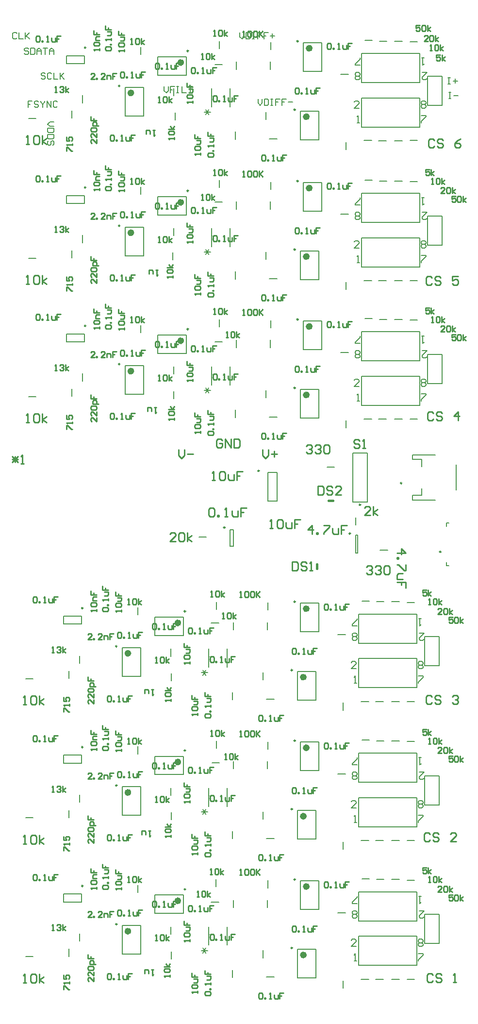
<source format=gto>
G04 Layer_Color=65535*
%FSLAX43Y43*%
%MOMM*%
G71*
G01*
G75*
%ADD27C,0.254*%
%ADD60C,0.250*%
%ADD61C,0.600*%
%ADD62C,0.000*%
%ADD63C,0.200*%
%ADD64C,0.400*%
%ADD65C,0.152*%
%ADD66C,0.203*%
%ADD67C,0.198*%
D27*
X45466Y37211D02*
X45133D01*
X45299D01*
Y36211D01*
X45466Y36378D01*
X44633Y36545D02*
Y37044D01*
X44466Y37211D01*
X43966D01*
Y36545D01*
X44958Y61468D02*
X44625D01*
X44791D01*
Y60468D01*
X44958Y60635D01*
X44125Y60802D02*
Y61301D01*
X43958Y61468D01*
X43458D01*
Y60802D01*
X45466Y86106D02*
X45133D01*
X45299D01*
Y85106D01*
X45466Y85273D01*
X44633Y85440D02*
Y85939D01*
X44466Y86106D01*
X43966D01*
Y85440D01*
X45974Y135255D02*
X45641D01*
X45807D01*
Y134255D01*
X45974Y134422D01*
X45141Y134589D02*
Y135088D01*
X44974Y135255D01*
X44474D01*
Y134589D01*
X46228Y159258D02*
X45895D01*
X46061D01*
Y158258D01*
X46228Y158425D01*
X45395Y158592D02*
Y159091D01*
X45228Y159258D01*
X44728D01*
Y158592D01*
X45720Y183642D02*
X45387D01*
X45553D01*
Y182642D01*
X45720Y182809D01*
X44887Y182976D02*
Y183475D01*
X44720Y183642D01*
X44220D01*
Y182976D01*
X53848Y195961D02*
X54181D01*
X54015D01*
Y196961D01*
X53848Y196794D01*
X54681D02*
X54848Y196961D01*
X55181D01*
X55348Y196794D01*
Y196128D01*
X55181Y195961D01*
X54848D01*
X54681Y196128D01*
Y196794D01*
X55681Y195961D02*
Y196961D01*
Y196294D02*
X56181Y196627D01*
X55681Y196294D02*
X56181Y195961D01*
X53848Y171450D02*
X54181D01*
X54015D01*
Y172450D01*
X53848Y172283D01*
X54681D02*
X54848Y172450D01*
X55181D01*
X55348Y172283D01*
Y171617D01*
X55181Y171450D01*
X54848D01*
X54681Y171617D01*
Y172283D01*
X55681Y171450D02*
Y172450D01*
Y171783D02*
X56181Y172116D01*
X55681Y171783D02*
X56181Y171450D01*
X58166Y147447D02*
X58499D01*
X58333D01*
Y148447D01*
X58166Y148280D01*
X58999D02*
X59166Y148447D01*
X59499D01*
X59666Y148280D01*
Y147614D01*
X59499Y147447D01*
X59166D01*
X58999Y147614D01*
Y148280D01*
X59999Y147447D02*
Y148447D01*
Y147780D02*
X60499Y148113D01*
X59999Y147780D02*
X60499Y147447D01*
X57531Y98425D02*
X57864D01*
X57698D01*
Y99425D01*
X57531Y99258D01*
X58364D02*
X58531Y99425D01*
X58864D01*
X59031Y99258D01*
Y98592D01*
X58864Y98425D01*
X58531D01*
X58364Y98592D01*
Y99258D01*
X59364Y98425D02*
Y99425D01*
Y98758D02*
X59864Y99091D01*
X59364Y98758D02*
X59864Y98425D01*
X57912Y73914D02*
X58245D01*
X58079D01*
Y74914D01*
X57912Y74747D01*
X58745D02*
X58912Y74914D01*
X59245D01*
X59412Y74747D01*
Y74081D01*
X59245Y73914D01*
X58912D01*
X58745Y74081D01*
Y74747D01*
X59745Y73914D02*
Y74914D01*
Y74247D02*
X60245Y74580D01*
X59745Y74247D02*
X60245Y73914D01*
X53086Y49911D02*
X53419D01*
X53253D01*
Y50911D01*
X53086Y50744D01*
X53919D02*
X54086Y50911D01*
X54419D01*
X54586Y50744D01*
Y50078D01*
X54419Y49911D01*
X54086D01*
X53919Y50078D01*
Y50744D01*
X54919Y49911D02*
Y50911D01*
Y50244D02*
X55419Y50577D01*
X54919Y50244D02*
X55419Y49911D01*
X48387Y35941D02*
Y36274D01*
Y36108D01*
X47387D01*
X47554Y35941D01*
Y36774D02*
X47387Y36941D01*
Y37274D01*
X47554Y37441D01*
X48220D01*
X48387Y37274D01*
Y36941D01*
X48220Y36774D01*
X47554D01*
X48387Y37774D02*
X47387D01*
X48054D02*
X47721Y38274D01*
X48054Y37774D02*
X48387Y38274D01*
X95535Y196707D02*
X94869D01*
Y196207D01*
X95202Y196373D01*
X95369D01*
X95535Y196207D01*
Y195874D01*
X95369Y195707D01*
X95036D01*
X94869Y195874D01*
X95869Y195707D02*
Y196707D01*
Y196040D02*
X96369Y196373D01*
X95869Y196040D02*
X96369Y195707D01*
X93726Y197485D02*
X94059D01*
X93893D01*
Y198485D01*
X93726Y198318D01*
X94559D02*
X94726Y198485D01*
X95059D01*
X95226Y198318D01*
Y197652D01*
X95059Y197485D01*
X94726D01*
X94559Y197652D01*
Y198318D01*
X95559Y197485D02*
Y198485D01*
Y197818D02*
X96059Y198151D01*
X95559Y197818D02*
X96059Y197485D01*
X20853Y126720D02*
X21869Y125705D01*
X20853D02*
X21869Y126720D01*
X20853Y126212D02*
X21869D01*
X21361Y125705D02*
Y126720D01*
X22377Y125451D02*
X22885D01*
X22631D01*
Y126974D01*
X22377Y126720D01*
X88011Y109855D02*
X89535D01*
X88773Y110617D01*
Y109601D01*
X88011Y109093D02*
X88265D01*
Y108840D01*
X88011D01*
Y109093D01*
X89535Y107824D02*
Y106808D01*
X89281D01*
X88265Y107824D01*
X88011D01*
X89027Y106300D02*
X88265D01*
X88011Y106046D01*
Y105285D01*
X89027D01*
X89535Y103761D02*
Y104777D01*
X88773D01*
Y104269D01*
Y104777D01*
X88011D01*
X55753Y122555D02*
X56261D01*
X56007D01*
Y124079D01*
X55753Y123825D01*
X57023D02*
X57277Y124079D01*
X57784D01*
X58038Y123825D01*
Y122809D01*
X57784Y122555D01*
X57277D01*
X57023Y122809D01*
Y123825D01*
X58546Y123571D02*
Y122809D01*
X58800Y122555D01*
X59562D01*
Y123571D01*
X61085Y124079D02*
X60070D01*
Y123317D01*
X60577D01*
X60070D01*
Y122555D01*
X73152Y113157D02*
Y114681D01*
X72390Y113919D01*
X73406D01*
X73914Y113157D02*
Y113411D01*
X74167D01*
Y113157D01*
X73914D01*
X75183Y114681D02*
X76199D01*
Y114427D01*
X75183Y113411D01*
Y113157D01*
X76707Y114173D02*
Y113411D01*
X76961Y113157D01*
X77722D01*
Y114173D01*
X79246Y114681D02*
X78230D01*
Y113919D01*
X78738D01*
X78230D01*
Y113157D01*
X55118Y117475D02*
X55372Y117729D01*
X55880D01*
X56134Y117475D01*
Y116459D01*
X55880Y116205D01*
X55372D01*
X55118Y116459D01*
Y117475D01*
X56642Y116205D02*
Y116459D01*
X56895D01*
Y116205D01*
X56642D01*
X57911D02*
X58419D01*
X58165D01*
Y117729D01*
X57911Y117475D01*
X59181Y117221D02*
Y116459D01*
X59435Y116205D01*
X60196D01*
Y117221D01*
X61720Y117729D02*
X60704D01*
Y116967D01*
X61212D01*
X60704D01*
Y116205D01*
X69723Y108331D02*
Y106807D01*
X70485D01*
X70739Y107061D01*
Y108077D01*
X70485Y108331D01*
X69723D01*
X72262Y108077D02*
X72008Y108331D01*
X71500D01*
X71247Y108077D01*
Y107823D01*
X71500Y107569D01*
X72008D01*
X72262Y107315D01*
Y107061D01*
X72008Y106807D01*
X71500D01*
X71247Y107061D01*
X72770Y106807D02*
X73278D01*
X73024D01*
Y108331D01*
X72770Y108077D01*
X74168Y121539D02*
Y120015D01*
X74930D01*
X75184Y120269D01*
Y121285D01*
X74930Y121539D01*
X74168D01*
X76707Y121285D02*
X76453Y121539D01*
X75945D01*
X75692Y121285D01*
Y121031D01*
X75945Y120777D01*
X76453D01*
X76707Y120523D01*
Y120269D01*
X76453Y120015D01*
X75945D01*
X75692Y120269D01*
X78231Y120015D02*
X77215D01*
X78231Y121031D01*
Y121285D01*
X77977Y121539D01*
X77469D01*
X77215Y121285D01*
X83312Y116459D02*
X82296D01*
X83312Y117475D01*
Y117729D01*
X83058Y117983D01*
X82550D01*
X82296Y117729D01*
X83820Y116459D02*
Y117983D01*
Y116967D02*
X84581Y117475D01*
X83820Y116967D02*
X84581Y116459D01*
X72136Y128524D02*
X72390Y128778D01*
X72898D01*
X73152Y128524D01*
Y128270D01*
X72898Y128016D01*
X72644D01*
X72898D01*
X73152Y127762D01*
Y127508D01*
X72898Y127254D01*
X72390D01*
X72136Y127508D01*
X73660Y128524D02*
X73913Y128778D01*
X74421D01*
X74675Y128524D01*
Y128270D01*
X74421Y128016D01*
X74167D01*
X74421D01*
X74675Y127762D01*
Y127508D01*
X74421Y127254D01*
X73913D01*
X73660Y127508D01*
X75183Y128524D02*
X75437Y128778D01*
X75945D01*
X76199Y128524D01*
Y127508D01*
X75945Y127254D01*
X75437D01*
X75183Y127508D01*
Y128524D01*
X82677Y107442D02*
X82931Y107696D01*
X83439D01*
X83693Y107442D01*
Y107188D01*
X83439Y106934D01*
X83185D01*
X83439D01*
X83693Y106680D01*
Y106426D01*
X83439Y106172D01*
X82931D01*
X82677Y106426D01*
X84201Y107442D02*
X84454Y107696D01*
X84962D01*
X85216Y107442D01*
Y107188D01*
X84962Y106934D01*
X84708D01*
X84962D01*
X85216Y106680D01*
Y106426D01*
X84962Y106172D01*
X84454D01*
X84201Y106426D01*
X85724Y107442D02*
X85978Y107696D01*
X86486D01*
X86740Y107442D01*
Y106426D01*
X86486Y106172D01*
X85978D01*
X85724Y106426D01*
Y107442D01*
X49403Y111887D02*
X48387D01*
X49403Y112903D01*
Y113157D01*
X49149Y113411D01*
X48641D01*
X48387Y113157D01*
X49911D02*
X50164Y113411D01*
X50672D01*
X50926Y113157D01*
Y112141D01*
X50672Y111887D01*
X50164D01*
X49911Y112141D01*
Y113157D01*
X51434Y111887D02*
Y113411D01*
Y112395D02*
X52196Y112903D01*
X51434Y112395D02*
X52196Y111887D01*
X81445Y129476D02*
X81191Y129730D01*
X80683D01*
X80429Y129476D01*
Y129222D01*
X80683Y128968D01*
X81191D01*
X81445Y128714D01*
Y128460D01*
X81191Y128206D01*
X80683D01*
X80429Y128460D01*
X81953Y128206D02*
X82460D01*
X82207D01*
Y129730D01*
X81953Y129476D01*
X61087Y199898D02*
X61420D01*
X61254D01*
Y200898D01*
X61087Y200731D01*
X61920D02*
X62087Y200898D01*
X62420D01*
X62587Y200731D01*
Y200065D01*
X62420Y199898D01*
X62087D01*
X61920Y200065D01*
Y200731D01*
X62920D02*
X63086Y200898D01*
X63420D01*
X63586Y200731D01*
Y200065D01*
X63420Y199898D01*
X63086D01*
X62920Y200065D01*
Y200731D01*
X63919Y200898D02*
Y199898D01*
Y200231D01*
X64586Y200898D01*
X64086Y200398D01*
X64586Y199898D01*
X93376Y199136D02*
X92710D01*
X93376Y199802D01*
Y199969D01*
X93210Y200136D01*
X92877D01*
X92710Y199969D01*
X93710D02*
X93876Y200136D01*
X94210D01*
X94376Y199969D01*
Y199303D01*
X94210Y199136D01*
X93876D01*
X93710Y199303D01*
Y199969D01*
X94709Y199136D02*
Y200136D01*
Y199469D02*
X95209Y199802D01*
X94709Y199469D02*
X95209Y199136D01*
X49149Y181991D02*
Y182324D01*
Y182158D01*
X48149D01*
X48316Y181991D01*
Y182824D02*
X48149Y182991D01*
Y183324D01*
X48316Y183491D01*
X48982D01*
X49149Y183324D01*
Y182991D01*
X48982Y182824D01*
X48316D01*
X49149Y183824D02*
X48149D01*
X48816D02*
X48483Y184324D01*
X48816Y183824D02*
X49149Y184324D01*
X28321Y190246D02*
X28654D01*
X28488D01*
Y191246D01*
X28321Y191079D01*
X29154D02*
X29321Y191246D01*
X29654D01*
X29821Y191079D01*
Y190912D01*
X29654Y190746D01*
X29487D01*
X29654D01*
X29821Y190579D01*
Y190413D01*
X29654Y190246D01*
X29321D01*
X29154Y190413D01*
X30154Y190246D02*
Y191246D01*
Y190579D02*
X30654Y190912D01*
X30154Y190579D02*
X30654Y190246D01*
X30369Y179959D02*
Y180625D01*
X30536D01*
X31202Y179959D01*
X31369D01*
Y180959D02*
Y181292D01*
Y181125D01*
X30369D01*
X30536Y180959D01*
X30369Y182458D02*
Y181792D01*
X30869D01*
X30703Y182125D01*
Y182292D01*
X30869Y182458D01*
X31202D01*
X31369Y182292D01*
Y181958D01*
X31202Y181792D01*
X91979Y201914D02*
X91313D01*
Y201414D01*
X91646Y201580D01*
X91813D01*
X91979Y201414D01*
Y201081D01*
X91813Y200914D01*
X91480D01*
X91313Y201081D01*
X92313Y201747D02*
X92479Y201914D01*
X92813D01*
X92979Y201747D01*
Y201081D01*
X92813Y200914D01*
X92479D01*
X92313Y201081D01*
Y201747D01*
X93312Y200914D02*
Y201914D01*
Y201247D02*
X93812Y201580D01*
X93312Y201247D02*
X93812Y200914D01*
X52324Y188341D02*
Y188674D01*
Y188508D01*
X51324D01*
X51491Y188341D01*
Y189174D02*
X51324Y189341D01*
Y189674D01*
X51491Y189841D01*
X52157D01*
X52324Y189674D01*
Y189341D01*
X52157Y189174D01*
X51491D01*
X51658Y190174D02*
X52157D01*
X52324Y190340D01*
Y190840D01*
X51658D01*
X51324Y191840D02*
Y191173D01*
X51824D01*
Y191507D01*
Y191173D01*
X52324D01*
X55880Y189428D02*
X56047Y189595D01*
X56380D01*
X56546Y189428D01*
Y188762D01*
X56380Y188595D01*
X56047D01*
X55880Y188762D01*
Y189428D01*
X56880Y188595D02*
Y188762D01*
X57046D01*
Y188595D01*
X56880D01*
X57713D02*
X58046D01*
X57879D01*
Y189595D01*
X57713Y189428D01*
X58546Y189261D02*
Y188762D01*
X58712Y188595D01*
X59212D01*
Y189261D01*
X60212Y189595D02*
X59545D01*
Y189095D01*
X59879D01*
X59545D01*
Y188595D01*
X53721Y179324D02*
Y179657D01*
Y179491D01*
X52721D01*
X52888Y179324D01*
Y180157D02*
X52721Y180324D01*
Y180657D01*
X52888Y180824D01*
X53554D01*
X53721Y180657D01*
Y180324D01*
X53554Y180157D01*
X52888D01*
X53055Y181157D02*
X53554D01*
X53721Y181323D01*
Y181823D01*
X53055D01*
X52721Y182823D02*
Y182156D01*
X53221D01*
Y182490D01*
Y182156D01*
X53721D01*
X55174Y178943D02*
X55007Y179110D01*
Y179443D01*
X55174Y179609D01*
X55840D01*
X56007Y179443D01*
Y179110D01*
X55840Y178943D01*
X55174D01*
X56007Y179943D02*
X55840D01*
Y180109D01*
X56007D01*
Y179943D01*
Y180776D02*
Y181109D01*
Y180942D01*
X55007D01*
X55174Y180776D01*
X55341Y181609D02*
X55840D01*
X56007Y181775D01*
Y182275D01*
X55341D01*
X55007Y183275D02*
Y182608D01*
X55507D01*
Y182942D01*
Y182608D01*
X56007D01*
X40386Y197358D02*
Y197691D01*
Y197525D01*
X39386D01*
X39553Y197358D01*
Y198191D02*
X39386Y198358D01*
Y198691D01*
X39553Y198858D01*
X40219D01*
X40386Y198691D01*
Y198358D01*
X40219Y198191D01*
X39553D01*
X39720Y199191D02*
X40219D01*
X40386Y199357D01*
Y199857D01*
X39720D01*
X39386Y200857D02*
Y200190D01*
X39886D01*
Y200524D01*
Y200190D01*
X40386D01*
X37267Y197485D02*
X37100Y197652D01*
Y197985D01*
X37267Y198151D01*
X37933D01*
X38100Y197985D01*
Y197652D01*
X37933Y197485D01*
X37267D01*
X38100Y198485D02*
X37933D01*
Y198651D01*
X38100D01*
Y198485D01*
Y199318D02*
Y199651D01*
Y199484D01*
X37100D01*
X37267Y199318D01*
X37434Y200151D02*
X37933D01*
X38100Y200317D01*
Y200817D01*
X37434D01*
X37100Y201817D02*
Y201150D01*
X37600D01*
Y201484D01*
Y201150D01*
X38100D01*
X36068Y197485D02*
Y197818D01*
Y197652D01*
X35068D01*
X35235Y197485D01*
Y198318D02*
X35068Y198485D01*
Y198818D01*
X35235Y198985D01*
X35901D01*
X36068Y198818D01*
Y198485D01*
X35901Y198318D01*
X35235D01*
X36068Y199318D02*
X35402D01*
Y199818D01*
X35568Y199984D01*
X36068D01*
X35068Y200984D02*
Y200317D01*
X35568D01*
Y200651D01*
Y200317D01*
X36068D01*
X64389Y179141D02*
X64556Y179308D01*
X64889D01*
X65055Y179141D01*
Y178475D01*
X64889Y178308D01*
X64556D01*
X64389Y178475D01*
Y179141D01*
X65389Y178308D02*
Y178475D01*
X65555D01*
Y178308D01*
X65389D01*
X66222D02*
X66555D01*
X66388D01*
Y179308D01*
X66222Y179141D01*
X67055Y178974D02*
Y178475D01*
X67221Y178308D01*
X67721D01*
Y178974D01*
X68721Y179308D02*
X68054D01*
Y178808D01*
X68388D01*
X68054D01*
Y178308D01*
X70231Y190825D02*
X70398Y190992D01*
X70731D01*
X70897Y190825D01*
Y190159D01*
X70731Y189992D01*
X70398D01*
X70231Y190159D01*
Y190825D01*
X71231Y189992D02*
Y190159D01*
X71397D01*
Y189992D01*
X71231D01*
X72064D02*
X72397D01*
X72230D01*
Y190992D01*
X72064Y190825D01*
X72897Y190658D02*
Y190159D01*
X73063Y189992D01*
X73563D01*
Y190658D01*
X74563Y190992D02*
X73896D01*
Y190492D01*
X74230D01*
X73896D01*
Y189992D01*
X75819Y198572D02*
X75986Y198739D01*
X76319D01*
X76485Y198572D01*
Y197906D01*
X76319Y197739D01*
X75986D01*
X75819Y197906D01*
Y198572D01*
X76819Y197739D02*
Y197906D01*
X76985D01*
Y197739D01*
X76819D01*
X77652D02*
X77985D01*
X77818D01*
Y198739D01*
X77652Y198572D01*
X78485Y198405D02*
Y197906D01*
X78651Y197739D01*
X79151D01*
Y198405D01*
X80151Y198739D02*
X79484D01*
Y198239D01*
X79818D01*
X79484D01*
Y197739D01*
X37973Y182570D02*
X38140Y182737D01*
X38473D01*
X38639Y182570D01*
Y181904D01*
X38473Y181737D01*
X38140D01*
X37973Y181904D01*
Y182570D01*
X38973Y181737D02*
Y181904D01*
X39139D01*
Y181737D01*
X38973D01*
X39806D02*
X40139D01*
X39972D01*
Y182737D01*
X39806Y182570D01*
X40639Y182403D02*
Y181904D01*
X40805Y181737D01*
X41305D01*
Y182403D01*
X42305Y182737D02*
X41638D01*
Y182237D01*
X41972D01*
X41638D01*
Y181737D01*
X39751Y193619D02*
X39918Y193786D01*
X40251D01*
X40417Y193619D01*
Y192953D01*
X40251Y192786D01*
X39918D01*
X39751Y192953D01*
Y193619D01*
X40751Y192786D02*
Y192953D01*
X40917D01*
Y192786D01*
X40751D01*
X41584D02*
X41917D01*
X41750D01*
Y193786D01*
X41584Y193619D01*
X42417Y193452D02*
Y192953D01*
X42583Y192786D01*
X43083D01*
Y193452D01*
X44083Y193786D02*
X43416D01*
Y193286D01*
X43750D01*
X43416D01*
Y192786D01*
X25019Y199842D02*
X25186Y200009D01*
X25519D01*
X25685Y199842D01*
Y199176D01*
X25519Y199009D01*
X25186D01*
X25019Y199176D01*
Y199842D01*
X26019Y199009D02*
Y199176D01*
X26185D01*
Y199009D01*
X26019D01*
X26852D02*
X27185D01*
X27018D01*
Y200009D01*
X26852Y199842D01*
X27685Y199675D02*
Y199176D01*
X27851Y199009D01*
X28351D01*
Y199675D01*
X29351Y200009D02*
X28684D01*
Y199509D01*
X29018D01*
X28684D01*
Y199009D01*
X35210Y192532D02*
X34544D01*
X35210Y193198D01*
Y193365D01*
X35044Y193532D01*
X34711D01*
X34544Y193365D01*
X35544Y192532D02*
Y192699D01*
X35710D01*
Y192532D01*
X35544D01*
X37043D02*
X36377D01*
X37043Y193198D01*
Y193365D01*
X36877Y193532D01*
X36543D01*
X36377Y193365D01*
X37376Y192532D02*
Y193198D01*
X37876D01*
X38043Y193032D01*
Y192532D01*
X39043Y193532D02*
X38376D01*
Y193032D01*
X38709D01*
X38376D01*
Y192532D01*
X35560Y182022D02*
Y181356D01*
X34894Y182022D01*
X34727D01*
X34560Y181856D01*
Y181523D01*
X34727Y181356D01*
X35560Y183022D02*
Y182356D01*
X34894Y183022D01*
X34727D01*
X34560Y182856D01*
Y182522D01*
X34727Y182356D01*
Y183355D02*
X34560Y183522D01*
Y183855D01*
X34727Y184022D01*
X35393D01*
X35560Y183855D01*
Y183522D01*
X35393Y183355D01*
X34727D01*
X35893Y184355D02*
X34894D01*
Y184855D01*
X35060Y185021D01*
X35393D01*
X35560Y184855D01*
Y184355D01*
X34560Y186021D02*
Y185355D01*
X35060D01*
Y185688D01*
Y185355D01*
X35560D01*
X65786Y114173D02*
X66294D01*
X66040D01*
Y115697D01*
X65786Y115443D01*
X67056D02*
X67310Y115697D01*
X67817D01*
X68071Y115443D01*
Y114427D01*
X67817Y114173D01*
X67310D01*
X67056Y114427D01*
Y115443D01*
X68579Y115189D02*
Y114427D01*
X68833Y114173D01*
X69595D01*
Y115189D01*
X71118Y115697D02*
X70103D01*
Y114935D01*
X70610D01*
X70103D01*
Y114173D01*
X35052Y35845D02*
Y35179D01*
X34386Y35845D01*
X34219D01*
X34052Y35679D01*
Y35346D01*
X34219Y35179D01*
X35052Y36845D02*
Y36179D01*
X34386Y36845D01*
X34219D01*
X34052Y36679D01*
Y36345D01*
X34219Y36179D01*
Y37178D02*
X34052Y37345D01*
Y37678D01*
X34219Y37845D01*
X34885D01*
X35052Y37678D01*
Y37345D01*
X34885Y37178D01*
X34219D01*
X35385Y38178D02*
X34386D01*
Y38678D01*
X34552Y38844D01*
X34885D01*
X35052Y38678D01*
Y38178D01*
X34052Y39844D02*
Y39178D01*
X34552D01*
Y39511D01*
Y39178D01*
X35052D01*
X34702Y46355D02*
X34036D01*
X34702Y47021D01*
Y47188D01*
X34536Y47355D01*
X34203D01*
X34036Y47188D01*
X35036Y46355D02*
Y46522D01*
X35202D01*
Y46355D01*
X35036D01*
X36535D02*
X35869D01*
X36535Y47021D01*
Y47188D01*
X36369Y47355D01*
X36035D01*
X35869Y47188D01*
X36868Y46355D02*
Y47021D01*
X37368D01*
X37535Y46855D01*
Y46355D01*
X38535Y47355D02*
X37868D01*
Y46855D01*
X38201D01*
X37868D01*
Y46355D01*
X24511Y53665D02*
X24678Y53832D01*
X25011D01*
X25177Y53665D01*
Y52999D01*
X25011Y52832D01*
X24678D01*
X24511Y52999D01*
Y53665D01*
X25511Y52832D02*
Y52999D01*
X25677D01*
Y52832D01*
X25511D01*
X26344D02*
X26677D01*
X26510D01*
Y53832D01*
X26344Y53665D01*
X27177Y53498D02*
Y52999D01*
X27343Y52832D01*
X27843D01*
Y53498D01*
X28843Y53832D02*
X28176D01*
Y53332D01*
X28510D01*
X28176D01*
Y52832D01*
X39243Y47442D02*
X39410Y47609D01*
X39743D01*
X39909Y47442D01*
Y46776D01*
X39743Y46609D01*
X39410D01*
X39243Y46776D01*
Y47442D01*
X40243Y46609D02*
Y46776D01*
X40409D01*
Y46609D01*
X40243D01*
X41076D02*
X41409D01*
X41242D01*
Y47609D01*
X41076Y47442D01*
X41909Y47275D02*
Y46776D01*
X42075Y46609D01*
X42575D01*
Y47275D01*
X43575Y47609D02*
X42908D01*
Y47109D01*
X43242D01*
X42908D01*
Y46609D01*
X37465Y36393D02*
X37632Y36560D01*
X37965D01*
X38131Y36393D01*
Y35727D01*
X37965Y35560D01*
X37632D01*
X37465Y35727D01*
Y36393D01*
X38465Y35560D02*
Y35727D01*
X38631D01*
Y35560D01*
X38465D01*
X39298D02*
X39631D01*
X39464D01*
Y36560D01*
X39298Y36393D01*
X40131Y36226D02*
Y35727D01*
X40297Y35560D01*
X40797D01*
Y36226D01*
X41797Y36560D02*
X41130D01*
Y36060D01*
X41464D01*
X41130D01*
Y35560D01*
X75311Y52395D02*
X75478Y52562D01*
X75811D01*
X75977Y52395D01*
Y51729D01*
X75811Y51562D01*
X75478D01*
X75311Y51729D01*
Y52395D01*
X76311Y51562D02*
Y51729D01*
X76477D01*
Y51562D01*
X76311D01*
X77144D02*
X77477D01*
X77310D01*
Y52562D01*
X77144Y52395D01*
X77977Y52228D02*
Y51729D01*
X78143Y51562D01*
X78643D01*
Y52228D01*
X79643Y52562D02*
X78976D01*
Y52062D01*
X79310D01*
X78976D01*
Y51562D01*
X69723Y44648D02*
X69890Y44815D01*
X70223D01*
X70389Y44648D01*
Y43982D01*
X70223Y43815D01*
X69890D01*
X69723Y43982D01*
Y44648D01*
X70723Y43815D02*
Y43982D01*
X70889D01*
Y43815D01*
X70723D01*
X71556D02*
X71889D01*
X71722D01*
Y44815D01*
X71556Y44648D01*
X72389Y44481D02*
Y43982D01*
X72555Y43815D01*
X73055D01*
Y44481D01*
X74055Y44815D02*
X73388D01*
Y44315D01*
X73722D01*
X73388D01*
Y43815D01*
X63881Y32964D02*
X64048Y33131D01*
X64381D01*
X64547Y32964D01*
Y32298D01*
X64381Y32131D01*
X64048D01*
X63881Y32298D01*
Y32964D01*
X64881Y32131D02*
Y32298D01*
X65047D01*
Y32131D01*
X64881D01*
X65714D02*
X66047D01*
X65880D01*
Y33131D01*
X65714Y32964D01*
X66547Y32797D02*
Y32298D01*
X66713Y32131D01*
X67213D01*
Y32797D01*
X68213Y33131D02*
X67546D01*
Y32631D01*
X67880D01*
X67546D01*
Y32131D01*
X35560Y51308D02*
Y51641D01*
Y51475D01*
X34560D01*
X34727Y51308D01*
Y52141D02*
X34560Y52308D01*
Y52641D01*
X34727Y52808D01*
X35393D01*
X35560Y52641D01*
Y52308D01*
X35393Y52141D01*
X34727D01*
X35560Y53141D02*
X34894D01*
Y53641D01*
X35060Y53807D01*
X35560D01*
X34560Y54807D02*
Y54140D01*
X35060D01*
Y54474D01*
Y54140D01*
X35560D01*
X36759Y51308D02*
X36592Y51475D01*
Y51808D01*
X36759Y51974D01*
X37425D01*
X37592Y51808D01*
Y51475D01*
X37425Y51308D01*
X36759D01*
X37592Y52308D02*
X37425D01*
Y52474D01*
X37592D01*
Y52308D01*
Y53141D02*
Y53474D01*
Y53307D01*
X36592D01*
X36759Y53141D01*
X36926Y53974D02*
X37425D01*
X37592Y54140D01*
Y54640D01*
X36926D01*
X36592Y55640D02*
Y54973D01*
X37092D01*
Y55307D01*
Y54973D01*
X37592D01*
X39878Y51181D02*
Y51514D01*
Y51348D01*
X38878D01*
X39045Y51181D01*
Y52014D02*
X38878Y52181D01*
Y52514D01*
X39045Y52681D01*
X39711D01*
X39878Y52514D01*
Y52181D01*
X39711Y52014D01*
X39045D01*
X39212Y53014D02*
X39711D01*
X39878Y53180D01*
Y53680D01*
X39212D01*
X38878Y54680D02*
Y54013D01*
X39378D01*
Y54347D01*
Y54013D01*
X39878D01*
X54666Y32766D02*
X54499Y32933D01*
Y33266D01*
X54666Y33432D01*
X55332D01*
X55499Y33266D01*
Y32933D01*
X55332Y32766D01*
X54666D01*
X55499Y33766D02*
X55332D01*
Y33932D01*
X55499D01*
Y33766D01*
Y34599D02*
Y34932D01*
Y34765D01*
X54499D01*
X54666Y34599D01*
X54833Y35432D02*
X55332D01*
X55499Y35598D01*
Y36098D01*
X54833D01*
X54499Y37098D02*
Y36431D01*
X54999D01*
Y36765D01*
Y36431D01*
X55499D01*
X53213Y33147D02*
Y33480D01*
Y33314D01*
X52213D01*
X52380Y33147D01*
Y33980D02*
X52213Y34147D01*
Y34480D01*
X52380Y34647D01*
X53046D01*
X53213Y34480D01*
Y34147D01*
X53046Y33980D01*
X52380D01*
X52547Y34980D02*
X53046D01*
X53213Y35146D01*
Y35646D01*
X52547D01*
X52213Y36646D02*
Y35979D01*
X52713D01*
Y36313D01*
Y35979D01*
X53213D01*
X55372Y43251D02*
X55539Y43418D01*
X55872D01*
X56038Y43251D01*
Y42585D01*
X55872Y42418D01*
X55539D01*
X55372Y42585D01*
Y43251D01*
X56372Y42418D02*
Y42585D01*
X56538D01*
Y42418D01*
X56372D01*
X57205D02*
X57538D01*
X57371D01*
Y43418D01*
X57205Y43251D01*
X58038Y43084D02*
Y42585D01*
X58204Y42418D01*
X58704D01*
Y43084D01*
X59704Y43418D02*
X59037D01*
Y42918D01*
X59371D01*
X59037D01*
Y42418D01*
X51816Y42164D02*
Y42497D01*
Y42331D01*
X50816D01*
X50983Y42164D01*
Y42997D02*
X50816Y43164D01*
Y43497D01*
X50983Y43664D01*
X51649D01*
X51816Y43497D01*
Y43164D01*
X51649Y42997D01*
X50983D01*
X51150Y43997D02*
X51649D01*
X51816Y44163D01*
Y44663D01*
X51150D01*
X50816Y45663D02*
Y44996D01*
X51316D01*
Y45330D01*
Y44996D01*
X51816D01*
X97694Y50276D02*
X97028D01*
Y49776D01*
X97361Y49942D01*
X97528D01*
X97694Y49776D01*
Y49443D01*
X97528Y49276D01*
X97195D01*
X97028Y49443D01*
X98028Y50109D02*
X98194Y50276D01*
X98528D01*
X98694Y50109D01*
Y49443D01*
X98528Y49276D01*
X98194D01*
X98028Y49443D01*
Y50109D01*
X99027Y49276D02*
Y50276D01*
Y49609D02*
X99527Y49942D01*
X99027Y49609D02*
X99527Y49276D01*
X29861Y33782D02*
Y34448D01*
X30028D01*
X30694Y33782D01*
X30861D01*
Y34782D02*
Y35115D01*
Y34948D01*
X29861D01*
X30028Y34782D01*
X29861Y36281D02*
Y35615D01*
X30361D01*
X30195Y35948D01*
Y36115D01*
X30361Y36281D01*
X30694D01*
X30861Y36115D01*
Y35781D01*
X30694Y35615D01*
X27813Y44069D02*
X28146D01*
X27980D01*
Y45069D01*
X27813Y44902D01*
X28646D02*
X28813Y45069D01*
X29146D01*
X29313Y44902D01*
Y44735D01*
X29146Y44569D01*
X28979D01*
X29146D01*
X29313Y44402D01*
Y44236D01*
X29146Y44069D01*
X28813D01*
X28646Y44236D01*
X29646Y44069D02*
Y45069D01*
Y44402D02*
X30146Y44735D01*
X29646Y44402D02*
X30146Y44069D01*
X95789Y50800D02*
X95123D01*
X95789Y51466D01*
Y51633D01*
X95623Y51800D01*
X95290D01*
X95123Y51633D01*
X96123D02*
X96289Y51800D01*
X96623D01*
X96789Y51633D01*
Y50967D01*
X96623Y50800D01*
X96289D01*
X96123Y50967D01*
Y51633D01*
X97122Y50800D02*
Y51800D01*
Y51133D02*
X97622Y51466D01*
X97122Y51133D02*
X97622Y50800D01*
X60579Y53721D02*
X60912D01*
X60746D01*
Y54721D01*
X60579Y54554D01*
X61412D02*
X61579Y54721D01*
X61912D01*
X62079Y54554D01*
Y53888D01*
X61912Y53721D01*
X61579D01*
X61412Y53888D01*
Y54554D01*
X62412D02*
X62578Y54721D01*
X62912D01*
X63078Y54554D01*
Y53888D01*
X62912Y53721D01*
X62578D01*
X62412Y53888D01*
Y54554D01*
X63411Y54721D02*
Y53721D01*
Y54054D01*
X64078Y54721D01*
X63578Y54221D01*
X64078Y53721D01*
X93472Y52451D02*
X93805D01*
X93639D01*
Y53451D01*
X93472Y53284D01*
X94305D02*
X94472Y53451D01*
X94805D01*
X94972Y53284D01*
Y52618D01*
X94805Y52451D01*
X94472D01*
X94305Y52618D01*
Y53284D01*
X95305Y52451D02*
Y53451D01*
Y52784D02*
X95805Y53117D01*
X95305Y52784D02*
X95805Y52451D01*
X93122Y54975D02*
X92456D01*
Y54475D01*
X92789Y54641D01*
X92956D01*
X93122Y54475D01*
Y54142D01*
X92956Y53975D01*
X92623D01*
X92456Y54142D01*
X93456Y53975D02*
Y54975D01*
Y54308D02*
X93956Y54641D01*
X93456Y54308D02*
X93956Y53975D01*
X35052Y60040D02*
Y59374D01*
X34386Y60040D01*
X34219D01*
X34052Y59874D01*
Y59541D01*
X34219Y59374D01*
X35052Y61040D02*
Y60374D01*
X34386Y61040D01*
X34219D01*
X34052Y60874D01*
Y60540D01*
X34219Y60374D01*
Y61373D02*
X34052Y61540D01*
Y61873D01*
X34219Y62040D01*
X34885D01*
X35052Y61873D01*
Y61540D01*
X34885Y61373D01*
X34219D01*
X35385Y62373D02*
X34386D01*
Y62873D01*
X34552Y63039D01*
X34885D01*
X35052Y62873D01*
Y62373D01*
X34052Y64039D02*
Y63373D01*
X34552D01*
Y63706D01*
Y63373D01*
X35052D01*
X34702Y70550D02*
X34036D01*
X34702Y71216D01*
Y71383D01*
X34536Y71550D01*
X34203D01*
X34036Y71383D01*
X35036Y70550D02*
Y70717D01*
X35202D01*
Y70550D01*
X35036D01*
X36535D02*
X35869D01*
X36535Y71216D01*
Y71383D01*
X36369Y71550D01*
X36035D01*
X35869Y71383D01*
X36868Y70550D02*
Y71216D01*
X37368D01*
X37535Y71050D01*
Y70550D01*
X38535Y71550D02*
X37868D01*
Y71050D01*
X38201D01*
X37868D01*
Y70550D01*
X24511Y77860D02*
X24678Y78027D01*
X25011D01*
X25177Y77860D01*
Y77194D01*
X25011Y77027D01*
X24678D01*
X24511Y77194D01*
Y77860D01*
X25511Y77027D02*
Y77194D01*
X25677D01*
Y77027D01*
X25511D01*
X26344D02*
X26677D01*
X26510D01*
Y78027D01*
X26344Y77860D01*
X27177Y77693D02*
Y77194D01*
X27343Y77027D01*
X27843D01*
Y77693D01*
X28843Y78027D02*
X28176D01*
Y77527D01*
X28510D01*
X28176D01*
Y77027D01*
X39243Y71637D02*
X39410Y71804D01*
X39743D01*
X39909Y71637D01*
Y70971D01*
X39743Y70804D01*
X39410D01*
X39243Y70971D01*
Y71637D01*
X40243Y70804D02*
Y70971D01*
X40409D01*
Y70804D01*
X40243D01*
X41076D02*
X41409D01*
X41242D01*
Y71804D01*
X41076Y71637D01*
X41909Y71470D02*
Y70971D01*
X42075Y70804D01*
X42575D01*
Y71470D01*
X43575Y71804D02*
X42908D01*
Y71304D01*
X43242D01*
X42908D01*
Y70804D01*
X37465Y60588D02*
X37632Y60755D01*
X37965D01*
X38131Y60588D01*
Y59922D01*
X37965Y59755D01*
X37632D01*
X37465Y59922D01*
Y60588D01*
X38465Y59755D02*
Y59922D01*
X38631D01*
Y59755D01*
X38465D01*
X39298D02*
X39631D01*
X39464D01*
Y60755D01*
X39298Y60588D01*
X40131Y60421D02*
Y59922D01*
X40297Y59755D01*
X40797D01*
Y60421D01*
X41797Y60755D02*
X41130D01*
Y60255D01*
X41464D01*
X41130D01*
Y59755D01*
X75311Y76590D02*
X75478Y76757D01*
X75811D01*
X75977Y76590D01*
Y75924D01*
X75811Y75757D01*
X75478D01*
X75311Y75924D01*
Y76590D01*
X76311Y75757D02*
Y75924D01*
X76477D01*
Y75757D01*
X76311D01*
X77144D02*
X77477D01*
X77310D01*
Y76757D01*
X77144Y76590D01*
X77977Y76423D02*
Y75924D01*
X78143Y75757D01*
X78643D01*
Y76423D01*
X79643Y76757D02*
X78976D01*
Y76257D01*
X79310D01*
X78976D01*
Y75757D01*
X69723Y68843D02*
X69890Y69010D01*
X70223D01*
X70389Y68843D01*
Y68177D01*
X70223Y68010D01*
X69890D01*
X69723Y68177D01*
Y68843D01*
X70723Y68010D02*
Y68177D01*
X70889D01*
Y68010D01*
X70723D01*
X71556D02*
X71889D01*
X71722D01*
Y69010D01*
X71556Y68843D01*
X72389Y68676D02*
Y68177D01*
X72555Y68010D01*
X73055D01*
Y68676D01*
X74055Y69010D02*
X73388D01*
Y68510D01*
X73722D01*
X73388D01*
Y68010D01*
X63881Y57159D02*
X64048Y57326D01*
X64381D01*
X64547Y57159D01*
Y56493D01*
X64381Y56326D01*
X64048D01*
X63881Y56493D01*
Y57159D01*
X64881Y56326D02*
Y56493D01*
X65047D01*
Y56326D01*
X64881D01*
X65714D02*
X66047D01*
X65880D01*
Y57326D01*
X65714Y57159D01*
X66547Y56992D02*
Y56493D01*
X66713Y56326D01*
X67213D01*
Y56992D01*
X68213Y57326D02*
X67546D01*
Y56826D01*
X67880D01*
X67546D01*
Y56326D01*
X35560Y75503D02*
Y75836D01*
Y75670D01*
X34560D01*
X34727Y75503D01*
Y76336D02*
X34560Y76503D01*
Y76836D01*
X34727Y77003D01*
X35393D01*
X35560Y76836D01*
Y76503D01*
X35393Y76336D01*
X34727D01*
X35560Y77336D02*
X34894D01*
Y77836D01*
X35060Y78002D01*
X35560D01*
X34560Y79002D02*
Y78335D01*
X35060D01*
Y78669D01*
Y78335D01*
X35560D01*
X36759Y75503D02*
X36592Y75670D01*
Y76003D01*
X36759Y76169D01*
X37425D01*
X37592Y76003D01*
Y75670D01*
X37425Y75503D01*
X36759D01*
X37592Y76503D02*
X37425D01*
Y76669D01*
X37592D01*
Y76503D01*
Y77336D02*
Y77669D01*
Y77502D01*
X36592D01*
X36759Y77336D01*
X36926Y78169D02*
X37425D01*
X37592Y78335D01*
Y78835D01*
X36926D01*
X36592Y79835D02*
Y79168D01*
X37092D01*
Y79502D01*
Y79168D01*
X37592D01*
X39878Y75376D02*
Y75709D01*
Y75543D01*
X38878D01*
X39045Y75376D01*
Y76209D02*
X38878Y76376D01*
Y76709D01*
X39045Y76876D01*
X39711D01*
X39878Y76709D01*
Y76376D01*
X39711Y76209D01*
X39045D01*
X39212Y77209D02*
X39711D01*
X39878Y77375D01*
Y77875D01*
X39212D01*
X38878Y78875D02*
Y78208D01*
X39378D01*
Y78542D01*
Y78208D01*
X39878D01*
X54666Y56961D02*
X54499Y57128D01*
Y57461D01*
X54666Y57627D01*
X55332D01*
X55499Y57461D01*
Y57128D01*
X55332Y56961D01*
X54666D01*
X55499Y57961D02*
X55332D01*
Y58127D01*
X55499D01*
Y57961D01*
Y58794D02*
Y59127D01*
Y58960D01*
X54499D01*
X54666Y58794D01*
X54833Y59627D02*
X55332D01*
X55499Y59793D01*
Y60293D01*
X54833D01*
X54499Y61293D02*
Y60626D01*
X54999D01*
Y60960D01*
Y60626D01*
X55499D01*
X53213Y57342D02*
Y57675D01*
Y57509D01*
X52213D01*
X52380Y57342D01*
Y58175D02*
X52213Y58342D01*
Y58675D01*
X52380Y58842D01*
X53046D01*
X53213Y58675D01*
Y58342D01*
X53046Y58175D01*
X52380D01*
X52547Y59175D02*
X53046D01*
X53213Y59341D01*
Y59841D01*
X52547D01*
X52213Y60841D02*
Y60174D01*
X52713D01*
Y60508D01*
Y60174D01*
X53213D01*
X55372Y67446D02*
X55539Y67613D01*
X55872D01*
X56038Y67446D01*
Y66780D01*
X55872Y66613D01*
X55539D01*
X55372Y66780D01*
Y67446D01*
X56372Y66613D02*
Y66780D01*
X56538D01*
Y66613D01*
X56372D01*
X57205D02*
X57538D01*
X57371D01*
Y67613D01*
X57205Y67446D01*
X58038Y67279D02*
Y66780D01*
X58204Y66613D01*
X58704D01*
Y67279D01*
X59704Y67613D02*
X59037D01*
Y67113D01*
X59371D01*
X59037D01*
Y66613D01*
X51816Y66359D02*
Y66692D01*
Y66526D01*
X50816D01*
X50983Y66359D01*
Y67192D02*
X50816Y67359D01*
Y67692D01*
X50983Y67859D01*
X51649D01*
X51816Y67692D01*
Y67359D01*
X51649Y67192D01*
X50983D01*
X51150Y68192D02*
X51649D01*
X51816Y68358D01*
Y68858D01*
X51150D01*
X50816Y69858D02*
Y69191D01*
X51316D01*
Y69525D01*
Y69191D01*
X51816D01*
X97694Y74471D02*
X97028D01*
Y73971D01*
X97361Y74137D01*
X97528D01*
X97694Y73971D01*
Y73638D01*
X97528Y73471D01*
X97195D01*
X97028Y73638D01*
X98028Y74304D02*
X98194Y74471D01*
X98528D01*
X98694Y74304D01*
Y73638D01*
X98528Y73471D01*
X98194D01*
X98028Y73638D01*
Y74304D01*
X99027Y73471D02*
Y74471D01*
Y73804D02*
X99527Y74137D01*
X99027Y73804D02*
X99527Y73471D01*
X29861Y57977D02*
Y58643D01*
X30028D01*
X30694Y57977D01*
X30861D01*
Y58977D02*
Y59310D01*
Y59143D01*
X29861D01*
X30028Y58977D01*
X29861Y60476D02*
Y59810D01*
X30361D01*
X30195Y60143D01*
Y60310D01*
X30361Y60476D01*
X30694D01*
X30861Y60310D01*
Y59976D01*
X30694Y59810D01*
X27813Y68264D02*
X28146D01*
X27980D01*
Y69264D01*
X27813Y69097D01*
X28646D02*
X28813Y69264D01*
X29146D01*
X29313Y69097D01*
Y68930D01*
X29146Y68764D01*
X28979D01*
X29146D01*
X29313Y68597D01*
Y68431D01*
X29146Y68264D01*
X28813D01*
X28646Y68431D01*
X29646Y68264D02*
Y69264D01*
Y68597D02*
X30146Y68930D01*
X29646Y68597D02*
X30146Y68264D01*
X48514Y60325D02*
Y60658D01*
Y60492D01*
X47514D01*
X47681Y60325D01*
Y61158D02*
X47514Y61325D01*
Y61658D01*
X47681Y61825D01*
X48347D01*
X48514Y61658D01*
Y61325D01*
X48347Y61158D01*
X47681D01*
X48514Y62158D02*
X47514D01*
X48181D02*
X47848Y62658D01*
X48181Y62158D02*
X48514Y62658D01*
X95789Y74995D02*
X95123D01*
X95789Y75661D01*
Y75828D01*
X95623Y75995D01*
X95290D01*
X95123Y75828D01*
X96123D02*
X96289Y75995D01*
X96623D01*
X96789Y75828D01*
Y75162D01*
X96623Y74995D01*
X96289D01*
X96123Y75162D01*
Y75828D01*
X97122Y74995D02*
Y75995D01*
Y75328D02*
X97622Y75661D01*
X97122Y75328D02*
X97622Y74995D01*
X60579Y77916D02*
X60912D01*
X60746D01*
Y78916D01*
X60579Y78749D01*
X61412D02*
X61579Y78916D01*
X61912D01*
X62079Y78749D01*
Y78083D01*
X61912Y77916D01*
X61579D01*
X61412Y78083D01*
Y78749D01*
X62412D02*
X62578Y78916D01*
X62912D01*
X63078Y78749D01*
Y78083D01*
X62912Y77916D01*
X62578D01*
X62412Y78083D01*
Y78749D01*
X63411Y78916D02*
Y77916D01*
Y78249D01*
X64078Y78916D01*
X63578Y78416D01*
X64078Y77916D01*
X93472Y76646D02*
X93805D01*
X93639D01*
Y77646D01*
X93472Y77479D01*
X94305D02*
X94472Y77646D01*
X94805D01*
X94972Y77479D01*
Y76813D01*
X94805Y76646D01*
X94472D01*
X94305Y76813D01*
Y77479D01*
X95305Y76646D02*
Y77646D01*
Y76979D02*
X95805Y77312D01*
X95305Y76979D02*
X95805Y76646D01*
X93122Y79170D02*
X92456D01*
Y78670D01*
X92789Y78836D01*
X92956D01*
X93122Y78670D01*
Y78337D01*
X92956Y78170D01*
X92623D01*
X92456Y78337D01*
X93456Y78170D02*
Y79170D01*
Y78503D02*
X93956Y78836D01*
X93456Y78503D02*
X93956Y78170D01*
X35052Y84297D02*
Y83631D01*
X34386Y84297D01*
X34219D01*
X34052Y84131D01*
Y83798D01*
X34219Y83631D01*
X35052Y85297D02*
Y84631D01*
X34386Y85297D01*
X34219D01*
X34052Y85131D01*
Y84797D01*
X34219Y84631D01*
Y85630D02*
X34052Y85797D01*
Y86130D01*
X34219Y86297D01*
X34885D01*
X35052Y86130D01*
Y85797D01*
X34885Y85630D01*
X34219D01*
X35385Y86630D02*
X34386D01*
Y87130D01*
X34552Y87296D01*
X34885D01*
X35052Y87130D01*
Y86630D01*
X34052Y88296D02*
Y87630D01*
X34552D01*
Y87963D01*
Y87630D01*
X35052D01*
X34702Y94807D02*
X34036D01*
X34702Y95473D01*
Y95640D01*
X34536Y95807D01*
X34203D01*
X34036Y95640D01*
X35036Y94807D02*
Y94974D01*
X35202D01*
Y94807D01*
X35036D01*
X36535D02*
X35869D01*
X36535Y95473D01*
Y95640D01*
X36369Y95807D01*
X36035D01*
X35869Y95640D01*
X36868Y94807D02*
Y95473D01*
X37368D01*
X37535Y95307D01*
Y94807D01*
X38535Y95807D02*
X37868D01*
Y95307D01*
X38201D01*
X37868D01*
Y94807D01*
X24511Y102117D02*
X24678Y102284D01*
X25011D01*
X25177Y102117D01*
Y101451D01*
X25011Y101284D01*
X24678D01*
X24511Y101451D01*
Y102117D01*
X25511Y101284D02*
Y101451D01*
X25677D01*
Y101284D01*
X25511D01*
X26344D02*
X26677D01*
X26510D01*
Y102284D01*
X26344Y102117D01*
X27177Y101950D02*
Y101451D01*
X27343Y101284D01*
X27843D01*
Y101950D01*
X28843Y102284D02*
X28176D01*
Y101784D01*
X28510D01*
X28176D01*
Y101284D01*
X39243Y95894D02*
X39410Y96061D01*
X39743D01*
X39909Y95894D01*
Y95228D01*
X39743Y95061D01*
X39410D01*
X39243Y95228D01*
Y95894D01*
X40243Y95061D02*
Y95228D01*
X40409D01*
Y95061D01*
X40243D01*
X41076D02*
X41409D01*
X41242D01*
Y96061D01*
X41076Y95894D01*
X41909Y95727D02*
Y95228D01*
X42075Y95061D01*
X42575D01*
Y95727D01*
X43575Y96061D02*
X42908D01*
Y95561D01*
X43242D01*
X42908D01*
Y95061D01*
X37465Y84845D02*
X37632Y85012D01*
X37965D01*
X38131Y84845D01*
Y84179D01*
X37965Y84012D01*
X37632D01*
X37465Y84179D01*
Y84845D01*
X38465Y84012D02*
Y84179D01*
X38631D01*
Y84012D01*
X38465D01*
X39298D02*
X39631D01*
X39464D01*
Y85012D01*
X39298Y84845D01*
X40131Y84678D02*
Y84179D01*
X40297Y84012D01*
X40797D01*
Y84678D01*
X41797Y85012D02*
X41130D01*
Y84512D01*
X41464D01*
X41130D01*
Y84012D01*
X75311Y100847D02*
X75478Y101014D01*
X75811D01*
X75977Y100847D01*
Y100181D01*
X75811Y100014D01*
X75478D01*
X75311Y100181D01*
Y100847D01*
X76311Y100014D02*
Y100181D01*
X76477D01*
Y100014D01*
X76311D01*
X77144D02*
X77477D01*
X77310D01*
Y101014D01*
X77144Y100847D01*
X77977Y100680D02*
Y100181D01*
X78143Y100014D01*
X78643D01*
Y100680D01*
X79643Y101014D02*
X78976D01*
Y100514D01*
X79310D01*
X78976D01*
Y100014D01*
X69723Y93100D02*
X69890Y93267D01*
X70223D01*
X70389Y93100D01*
Y92434D01*
X70223Y92267D01*
X69890D01*
X69723Y92434D01*
Y93100D01*
X70723Y92267D02*
Y92434D01*
X70889D01*
Y92267D01*
X70723D01*
X71556D02*
X71889D01*
X71722D01*
Y93267D01*
X71556Y93100D01*
X72389Y92933D02*
Y92434D01*
X72555Y92267D01*
X73055D01*
Y92933D01*
X74055Y93267D02*
X73388D01*
Y92767D01*
X73722D01*
X73388D01*
Y92267D01*
X63881Y81416D02*
X64048Y81583D01*
X64381D01*
X64547Y81416D01*
Y80750D01*
X64381Y80583D01*
X64048D01*
X63881Y80750D01*
Y81416D01*
X64881Y80583D02*
Y80750D01*
X65047D01*
Y80583D01*
X64881D01*
X65714D02*
X66047D01*
X65880D01*
Y81583D01*
X65714Y81416D01*
X66547Y81249D02*
Y80750D01*
X66713Y80583D01*
X67213D01*
Y81249D01*
X68213Y81583D02*
X67546D01*
Y81083D01*
X67880D01*
X67546D01*
Y80583D01*
X35560Y99760D02*
Y100093D01*
Y99927D01*
X34560D01*
X34727Y99760D01*
Y100593D02*
X34560Y100760D01*
Y101093D01*
X34727Y101260D01*
X35393D01*
X35560Y101093D01*
Y100760D01*
X35393Y100593D01*
X34727D01*
X35560Y101593D02*
X34894D01*
Y102093D01*
X35060Y102259D01*
X35560D01*
X34560Y103259D02*
Y102592D01*
X35060D01*
Y102926D01*
Y102592D01*
X35560D01*
X36759Y99760D02*
X36592Y99927D01*
Y100260D01*
X36759Y100426D01*
X37425D01*
X37592Y100260D01*
Y99927D01*
X37425Y99760D01*
X36759D01*
X37592Y100760D02*
X37425D01*
Y100926D01*
X37592D01*
Y100760D01*
Y101593D02*
Y101926D01*
Y101759D01*
X36592D01*
X36759Y101593D01*
X36926Y102426D02*
X37425D01*
X37592Y102592D01*
Y103092D01*
X36926D01*
X36592Y104092D02*
Y103425D01*
X37092D01*
Y103759D01*
Y103425D01*
X37592D01*
X39878Y99633D02*
Y99966D01*
Y99800D01*
X38878D01*
X39045Y99633D01*
Y100466D02*
X38878Y100633D01*
Y100966D01*
X39045Y101133D01*
X39711D01*
X39878Y100966D01*
Y100633D01*
X39711Y100466D01*
X39045D01*
X39212Y101466D02*
X39711D01*
X39878Y101632D01*
Y102132D01*
X39212D01*
X38878Y103132D02*
Y102465D01*
X39378D01*
Y102799D01*
Y102465D01*
X39878D01*
X54666Y81218D02*
X54499Y81385D01*
Y81718D01*
X54666Y81884D01*
X55332D01*
X55499Y81718D01*
Y81385D01*
X55332Y81218D01*
X54666D01*
X55499Y82218D02*
X55332D01*
Y82384D01*
X55499D01*
Y82218D01*
Y83051D02*
Y83384D01*
Y83217D01*
X54499D01*
X54666Y83051D01*
X54833Y83884D02*
X55332D01*
X55499Y84050D01*
Y84550D01*
X54833D01*
X54499Y85550D02*
Y84883D01*
X54999D01*
Y85217D01*
Y84883D01*
X55499D01*
X53213Y81599D02*
Y81932D01*
Y81766D01*
X52213D01*
X52380Y81599D01*
Y82432D02*
X52213Y82599D01*
Y82932D01*
X52380Y83099D01*
X53046D01*
X53213Y82932D01*
Y82599D01*
X53046Y82432D01*
X52380D01*
X52547Y83432D02*
X53046D01*
X53213Y83598D01*
Y84098D01*
X52547D01*
X52213Y85098D02*
Y84431D01*
X52713D01*
Y84765D01*
Y84431D01*
X53213D01*
X55372Y91703D02*
X55539Y91870D01*
X55872D01*
X56038Y91703D01*
Y91037D01*
X55872Y90870D01*
X55539D01*
X55372Y91037D01*
Y91703D01*
X56372Y90870D02*
Y91037D01*
X56538D01*
Y90870D01*
X56372D01*
X57205D02*
X57538D01*
X57371D01*
Y91870D01*
X57205Y91703D01*
X58038Y91536D02*
Y91037D01*
X58204Y90870D01*
X58704D01*
Y91536D01*
X59704Y91870D02*
X59037D01*
Y91370D01*
X59371D01*
X59037D01*
Y90870D01*
X51816Y90616D02*
Y90949D01*
Y90783D01*
X50816D01*
X50983Y90616D01*
Y91449D02*
X50816Y91616D01*
Y91949D01*
X50983Y92116D01*
X51649D01*
X51816Y91949D01*
Y91616D01*
X51649Y91449D01*
X50983D01*
X51150Y92449D02*
X51649D01*
X51816Y92615D01*
Y93115D01*
X51150D01*
X50816Y94115D02*
Y93448D01*
X51316D01*
Y93782D01*
Y93448D01*
X51816D01*
X97694Y98728D02*
X97028D01*
Y98228D01*
X97361Y98394D01*
X97528D01*
X97694Y98228D01*
Y97895D01*
X97528Y97728D01*
X97195D01*
X97028Y97895D01*
X98028Y98561D02*
X98194Y98728D01*
X98528D01*
X98694Y98561D01*
Y97895D01*
X98528Y97728D01*
X98194D01*
X98028Y97895D01*
Y98561D01*
X99027Y97728D02*
Y98728D01*
Y98061D02*
X99527Y98394D01*
X99027Y98061D02*
X99527Y97728D01*
X29861Y82234D02*
Y82900D01*
X30028D01*
X30694Y82234D01*
X30861D01*
Y83234D02*
Y83567D01*
Y83400D01*
X29861D01*
X30028Y83234D01*
X29861Y84733D02*
Y84067D01*
X30361D01*
X30195Y84400D01*
Y84567D01*
X30361Y84733D01*
X30694D01*
X30861Y84567D01*
Y84233D01*
X30694Y84067D01*
X27813Y92521D02*
X28146D01*
X27980D01*
Y93521D01*
X27813Y93354D01*
X28646D02*
X28813Y93521D01*
X29146D01*
X29313Y93354D01*
Y93187D01*
X29146Y93021D01*
X28979D01*
X29146D01*
X29313Y92854D01*
Y92688D01*
X29146Y92521D01*
X28813D01*
X28646Y92688D01*
X29646Y92521D02*
Y93521D01*
Y92854D02*
X30146Y93187D01*
X29646Y92854D02*
X30146Y92521D01*
X48514Y84074D02*
Y84407D01*
Y84241D01*
X47514D01*
X47681Y84074D01*
Y84907D02*
X47514Y85074D01*
Y85407D01*
X47681Y85574D01*
X48347D01*
X48514Y85407D01*
Y85074D01*
X48347Y84907D01*
X47681D01*
X48514Y85907D02*
X47514D01*
X48181D02*
X47848Y86407D01*
X48181Y85907D02*
X48514Y86407D01*
X95789Y99252D02*
X95123D01*
X95789Y99918D01*
Y100085D01*
X95623Y100252D01*
X95290D01*
X95123Y100085D01*
X96123D02*
X96289Y100252D01*
X96623D01*
X96789Y100085D01*
Y99419D01*
X96623Y99252D01*
X96289D01*
X96123Y99419D01*
Y100085D01*
X97122Y99252D02*
Y100252D01*
Y99585D02*
X97622Y99918D01*
X97122Y99585D02*
X97622Y99252D01*
X60579Y102173D02*
X60912D01*
X60746D01*
Y103173D01*
X60579Y103006D01*
X61412D02*
X61579Y103173D01*
X61912D01*
X62079Y103006D01*
Y102340D01*
X61912Y102173D01*
X61579D01*
X61412Y102340D01*
Y103006D01*
X62412D02*
X62578Y103173D01*
X62912D01*
X63078Y103006D01*
Y102340D01*
X62912Y102173D01*
X62578D01*
X62412Y102340D01*
Y103006D01*
X63411Y103173D02*
Y102173D01*
Y102506D01*
X64078Y103173D01*
X63578Y102673D01*
X64078Y102173D01*
X93472Y100903D02*
X93805D01*
X93639D01*
Y101903D01*
X93472Y101736D01*
X94305D02*
X94472Y101903D01*
X94805D01*
X94972Y101736D01*
Y101070D01*
X94805Y100903D01*
X94472D01*
X94305Y101070D01*
Y101736D01*
X95305Y100903D02*
Y101903D01*
Y101236D02*
X95805Y101569D01*
X95305Y101236D02*
X95805Y100903D01*
X93122Y103427D02*
X92456D01*
Y102927D01*
X92789Y103093D01*
X92956D01*
X93122Y102927D01*
Y102594D01*
X92956Y102427D01*
X92623D01*
X92456Y102594D01*
X93456Y102427D02*
Y103427D01*
Y102760D02*
X93956Y103093D01*
X93456Y102760D02*
X93956Y102427D01*
X35560Y133508D02*
Y132842D01*
X34894Y133508D01*
X34727D01*
X34560Y133342D01*
Y133009D01*
X34727Y132842D01*
X35560Y134508D02*
Y133842D01*
X34894Y134508D01*
X34727D01*
X34560Y134342D01*
Y134008D01*
X34727Y133842D01*
Y134841D02*
X34560Y135008D01*
Y135341D01*
X34727Y135508D01*
X35393D01*
X35560Y135341D01*
Y135008D01*
X35393Y134841D01*
X34727D01*
X35893Y135841D02*
X34894D01*
Y136341D01*
X35060Y136507D01*
X35393D01*
X35560Y136341D01*
Y135841D01*
X34560Y137507D02*
Y136841D01*
X35060D01*
Y137174D01*
Y136841D01*
X35560D01*
X35210Y144018D02*
X34544D01*
X35210Y144684D01*
Y144851D01*
X35044Y145018D01*
X34711D01*
X34544Y144851D01*
X35544Y144018D02*
Y144185D01*
X35710D01*
Y144018D01*
X35544D01*
X37043D02*
X36377D01*
X37043Y144684D01*
Y144851D01*
X36877Y145018D01*
X36543D01*
X36377Y144851D01*
X37376Y144018D02*
Y144684D01*
X37876D01*
X38043Y144518D01*
Y144018D01*
X39043Y145018D02*
X38376D01*
Y144518D01*
X38709D01*
X38376D01*
Y144018D01*
X25019Y151328D02*
X25186Y151495D01*
X25519D01*
X25685Y151328D01*
Y150662D01*
X25519Y150495D01*
X25186D01*
X25019Y150662D01*
Y151328D01*
X26019Y150495D02*
Y150662D01*
X26185D01*
Y150495D01*
X26019D01*
X26852D02*
X27185D01*
X27018D01*
Y151495D01*
X26852Y151328D01*
X27685Y151161D02*
Y150662D01*
X27851Y150495D01*
X28351D01*
Y151161D01*
X29351Y151495D02*
X28684D01*
Y150995D01*
X29018D01*
X28684D01*
Y150495D01*
X39751Y145105D02*
X39918Y145272D01*
X40251D01*
X40417Y145105D01*
Y144439D01*
X40251Y144272D01*
X39918D01*
X39751Y144439D01*
Y145105D01*
X40751Y144272D02*
Y144439D01*
X40917D01*
Y144272D01*
X40751D01*
X41584D02*
X41917D01*
X41750D01*
Y145272D01*
X41584Y145105D01*
X42417Y144938D02*
Y144439D01*
X42583Y144272D01*
X43083D01*
Y144938D01*
X44083Y145272D02*
X43416D01*
Y144772D01*
X43750D01*
X43416D01*
Y144272D01*
X37973Y134056D02*
X38140Y134223D01*
X38473D01*
X38639Y134056D01*
Y133390D01*
X38473Y133223D01*
X38140D01*
X37973Y133390D01*
Y134056D01*
X38973Y133223D02*
Y133390D01*
X39139D01*
Y133223D01*
X38973D01*
X39806D02*
X40139D01*
X39972D01*
Y134223D01*
X39806Y134056D01*
X40639Y133889D02*
Y133390D01*
X40805Y133223D01*
X41305D01*
Y133889D01*
X42305Y134223D02*
X41638D01*
Y133723D01*
X41972D01*
X41638D01*
Y133223D01*
X75819Y150058D02*
X75986Y150225D01*
X76319D01*
X76485Y150058D01*
Y149392D01*
X76319Y149225D01*
X75986D01*
X75819Y149392D01*
Y150058D01*
X76819Y149225D02*
Y149392D01*
X76985D01*
Y149225D01*
X76819D01*
X77652D02*
X77985D01*
X77818D01*
Y150225D01*
X77652Y150058D01*
X78485Y149891D02*
Y149392D01*
X78651Y149225D01*
X79151D01*
Y149891D01*
X80151Y150225D02*
X79484D01*
Y149725D01*
X79818D01*
X79484D01*
Y149225D01*
X70231Y142311D02*
X70398Y142478D01*
X70731D01*
X70897Y142311D01*
Y141645D01*
X70731Y141478D01*
X70398D01*
X70231Y141645D01*
Y142311D01*
X71231Y141478D02*
Y141645D01*
X71397D01*
Y141478D01*
X71231D01*
X72064D02*
X72397D01*
X72230D01*
Y142478D01*
X72064Y142311D01*
X72897Y142144D02*
Y141645D01*
X73063Y141478D01*
X73563D01*
Y142144D01*
X74563Y142478D02*
X73896D01*
Y141978D01*
X74230D01*
X73896D01*
Y141478D01*
X64389Y130627D02*
X64556Y130794D01*
X64889D01*
X65055Y130627D01*
Y129961D01*
X64889Y129794D01*
X64556D01*
X64389Y129961D01*
Y130627D01*
X65389Y129794D02*
Y129961D01*
X65555D01*
Y129794D01*
X65389D01*
X66222D02*
X66555D01*
X66388D01*
Y130794D01*
X66222Y130627D01*
X67055Y130460D02*
Y129961D01*
X67221Y129794D01*
X67721D01*
Y130460D01*
X68721Y130794D02*
X68054D01*
Y130294D01*
X68388D01*
X68054D01*
Y129794D01*
X36068Y148971D02*
Y149304D01*
Y149138D01*
X35068D01*
X35235Y148971D01*
Y149804D02*
X35068Y149971D01*
Y150304D01*
X35235Y150471D01*
X35901D01*
X36068Y150304D01*
Y149971D01*
X35901Y149804D01*
X35235D01*
X36068Y150804D02*
X35402D01*
Y151304D01*
X35568Y151470D01*
X36068D01*
X35068Y152470D02*
Y151803D01*
X35568D01*
Y152137D01*
Y151803D01*
X36068D01*
X37267Y148971D02*
X37100Y149138D01*
Y149471D01*
X37267Y149637D01*
X37933D01*
X38100Y149471D01*
Y149138D01*
X37933Y148971D01*
X37267D01*
X38100Y149971D02*
X37933D01*
Y150137D01*
X38100D01*
Y149971D01*
Y150804D02*
Y151137D01*
Y150970D01*
X37100D01*
X37267Y150804D01*
X37434Y151637D02*
X37933D01*
X38100Y151803D01*
Y152303D01*
X37434D01*
X37100Y153303D02*
Y152636D01*
X37600D01*
Y152970D01*
Y152636D01*
X38100D01*
X40386Y148844D02*
Y149177D01*
Y149011D01*
X39386D01*
X39553Y148844D01*
Y149677D02*
X39386Y149844D01*
Y150177D01*
X39553Y150344D01*
X40219D01*
X40386Y150177D01*
Y149844D01*
X40219Y149677D01*
X39553D01*
X39720Y150677D02*
X40219D01*
X40386Y150843D01*
Y151343D01*
X39720D01*
X39386Y152343D02*
Y151676D01*
X39886D01*
Y152010D01*
Y151676D01*
X40386D01*
X55174Y130429D02*
X55007Y130596D01*
Y130929D01*
X55174Y131095D01*
X55840D01*
X56007Y130929D01*
Y130596D01*
X55840Y130429D01*
X55174D01*
X56007Y131429D02*
X55840D01*
Y131595D01*
X56007D01*
Y131429D01*
Y132262D02*
Y132595D01*
Y132428D01*
X55007D01*
X55174Y132262D01*
X55341Y133095D02*
X55840D01*
X56007Y133261D01*
Y133761D01*
X55341D01*
X55007Y134761D02*
Y134094D01*
X55507D01*
Y134428D01*
Y134094D01*
X56007D01*
X53721Y130810D02*
Y131143D01*
Y130977D01*
X52721D01*
X52888Y130810D01*
Y131643D02*
X52721Y131810D01*
Y132143D01*
X52888Y132310D01*
X53554D01*
X53721Y132143D01*
Y131810D01*
X53554Y131643D01*
X52888D01*
X53055Y132643D02*
X53554D01*
X53721Y132809D01*
Y133309D01*
X53055D01*
X52721Y134309D02*
Y133642D01*
X53221D01*
Y133976D01*
Y133642D01*
X53721D01*
X55880Y140914D02*
X56047Y141081D01*
X56380D01*
X56546Y140914D01*
Y140248D01*
X56380Y140081D01*
X56047D01*
X55880Y140248D01*
Y140914D01*
X56880Y140081D02*
Y140248D01*
X57046D01*
Y140081D01*
X56880D01*
X57713D02*
X58046D01*
X57879D01*
Y141081D01*
X57713Y140914D01*
X58546Y140747D02*
Y140248D01*
X58712Y140081D01*
X59212D01*
Y140747D01*
X60212Y141081D02*
X59545D01*
Y140581D01*
X59879D01*
X59545D01*
Y140081D01*
X52324Y139827D02*
Y140160D01*
Y139994D01*
X51324D01*
X51491Y139827D01*
Y140660D02*
X51324Y140827D01*
Y141160D01*
X51491Y141327D01*
X52157D01*
X52324Y141160D01*
Y140827D01*
X52157Y140660D01*
X51491D01*
X51658Y141660D02*
X52157D01*
X52324Y141826D01*
Y142326D01*
X51658D01*
X51324Y143326D02*
Y142659D01*
X51824D01*
Y142993D01*
Y142659D01*
X52324D01*
X98202Y147939D02*
X97536D01*
Y147439D01*
X97869Y147605D01*
X98036D01*
X98202Y147439D01*
Y147106D01*
X98036Y146939D01*
X97703D01*
X97536Y147106D01*
X98536Y147772D02*
X98702Y147939D01*
X99036D01*
X99202Y147772D01*
Y147106D01*
X99036Y146939D01*
X98702D01*
X98536Y147106D01*
Y147772D01*
X99535Y146939D02*
Y147939D01*
Y147272D02*
X100035Y147605D01*
X99535Y147272D02*
X100035Y146939D01*
X30369Y131445D02*
Y132111D01*
X30536D01*
X31202Y131445D01*
X31369D01*
Y132445D02*
Y132778D01*
Y132611D01*
X30369D01*
X30536Y132445D01*
X30369Y133944D02*
Y133278D01*
X30869D01*
X30703Y133611D01*
Y133778D01*
X30869Y133944D01*
X31202D01*
X31369Y133778D01*
Y133444D01*
X31202Y133278D01*
X28321Y141732D02*
X28654D01*
X28488D01*
Y142732D01*
X28321Y142565D01*
X29154D02*
X29321Y142732D01*
X29654D01*
X29821Y142565D01*
Y142398D01*
X29654Y142232D01*
X29487D01*
X29654D01*
X29821Y142065D01*
Y141899D01*
X29654Y141732D01*
X29321D01*
X29154Y141899D01*
X30154Y141732D02*
Y142732D01*
Y142065D02*
X30654Y142398D01*
X30154Y142065D02*
X30654Y141732D01*
X49149Y133096D02*
Y133429D01*
Y133263D01*
X48149D01*
X48316Y133096D01*
Y133929D02*
X48149Y134096D01*
Y134429D01*
X48316Y134596D01*
X48982D01*
X49149Y134429D01*
Y134096D01*
X48982Y133929D01*
X48316D01*
X49149Y134929D02*
X48149D01*
X48816D02*
X48483Y135429D01*
X48816Y134929D02*
X49149Y135429D01*
X96297Y148463D02*
X95631D01*
X96297Y149129D01*
Y149296D01*
X96131Y149463D01*
X95798D01*
X95631Y149296D01*
X96631D02*
X96797Y149463D01*
X97131D01*
X97297Y149296D01*
Y148630D01*
X97131Y148463D01*
X96797D01*
X96631Y148630D01*
Y149296D01*
X97630Y148463D02*
Y149463D01*
Y148796D02*
X98130Y149129D01*
X97630Y148796D02*
X98130Y148463D01*
X61087Y151384D02*
X61420D01*
X61254D01*
Y152384D01*
X61087Y152217D01*
X61920D02*
X62087Y152384D01*
X62420D01*
X62587Y152217D01*
Y151551D01*
X62420Y151384D01*
X62087D01*
X61920Y151551D01*
Y152217D01*
X62920D02*
X63086Y152384D01*
X63420D01*
X63586Y152217D01*
Y151551D01*
X63420Y151384D01*
X63086D01*
X62920Y151551D01*
Y152217D01*
X63919Y152384D02*
Y151384D01*
Y151717D01*
X64586Y152384D01*
X64086Y151884D01*
X64586Y151384D01*
X93980Y150114D02*
X94313D01*
X94147D01*
Y151114D01*
X93980Y150947D01*
X94813D02*
X94980Y151114D01*
X95313D01*
X95480Y150947D01*
Y150281D01*
X95313Y150114D01*
X94980D01*
X94813Y150281D01*
Y150947D01*
X95813Y150114D02*
Y151114D01*
Y150447D02*
X96313Y150780D01*
X95813Y150447D02*
X96313Y150114D01*
X93630Y152638D02*
X92964D01*
Y152138D01*
X93297Y152304D01*
X93464D01*
X93630Y152138D01*
Y151805D01*
X93464Y151638D01*
X93131D01*
X92964Y151805D01*
X93964Y151638D02*
Y152638D01*
Y151971D02*
X94464Y152304D01*
X93964Y151971D02*
X94464Y151638D01*
X35560Y157638D02*
Y156972D01*
X34894Y157638D01*
X34727D01*
X34560Y157472D01*
Y157139D01*
X34727Y156972D01*
X35560Y158638D02*
Y157972D01*
X34894Y158638D01*
X34727D01*
X34560Y158472D01*
Y158138D01*
X34727Y157972D01*
Y158971D02*
X34560Y159138D01*
Y159471D01*
X34727Y159638D01*
X35393D01*
X35560Y159471D01*
Y159138D01*
X35393Y158971D01*
X34727D01*
X35893Y159971D02*
X34894D01*
Y160471D01*
X35060Y160637D01*
X35393D01*
X35560Y160471D01*
Y159971D01*
X34560Y161637D02*
Y160971D01*
X35060D01*
Y161304D01*
Y160971D01*
X35560D01*
X35210Y168148D02*
X34544D01*
X35210Y168814D01*
Y168981D01*
X35044Y169148D01*
X34711D01*
X34544Y168981D01*
X35544Y168148D02*
Y168315D01*
X35710D01*
Y168148D01*
X35544D01*
X37043D02*
X36377D01*
X37043Y168814D01*
Y168981D01*
X36877Y169148D01*
X36543D01*
X36377Y168981D01*
X37376Y168148D02*
Y168814D01*
X37876D01*
X38043Y168648D01*
Y168148D01*
X39043Y169148D02*
X38376D01*
Y168648D01*
X38709D01*
X38376D01*
Y168148D01*
X25019Y175458D02*
X25186Y175625D01*
X25519D01*
X25685Y175458D01*
Y174792D01*
X25519Y174625D01*
X25186D01*
X25019Y174792D01*
Y175458D01*
X26019Y174625D02*
Y174792D01*
X26185D01*
Y174625D01*
X26019D01*
X26852D02*
X27185D01*
X27018D01*
Y175625D01*
X26852Y175458D01*
X27685Y175291D02*
Y174792D01*
X27851Y174625D01*
X28351D01*
Y175291D01*
X29351Y175625D02*
X28684D01*
Y175125D01*
X29018D01*
X28684D01*
Y174625D01*
X39751Y169235D02*
X39918Y169402D01*
X40251D01*
X40417Y169235D01*
Y168569D01*
X40251Y168402D01*
X39918D01*
X39751Y168569D01*
Y169235D01*
X40751Y168402D02*
Y168569D01*
X40917D01*
Y168402D01*
X40751D01*
X41584D02*
X41917D01*
X41750D01*
Y169402D01*
X41584Y169235D01*
X42417Y169068D02*
Y168569D01*
X42583Y168402D01*
X43083D01*
Y169068D01*
X44083Y169402D02*
X43416D01*
Y168902D01*
X43750D01*
X43416D01*
Y168402D01*
X37973Y158186D02*
X38140Y158353D01*
X38473D01*
X38639Y158186D01*
Y157520D01*
X38473Y157353D01*
X38140D01*
X37973Y157520D01*
Y158186D01*
X38973Y157353D02*
Y157520D01*
X39139D01*
Y157353D01*
X38973D01*
X39806D02*
X40139D01*
X39972D01*
Y158353D01*
X39806Y158186D01*
X40639Y158019D02*
Y157520D01*
X40805Y157353D01*
X41305D01*
Y158019D01*
X42305Y158353D02*
X41638D01*
Y157853D01*
X41972D01*
X41638D01*
Y157353D01*
X75819Y174188D02*
X75986Y174355D01*
X76319D01*
X76485Y174188D01*
Y173522D01*
X76319Y173355D01*
X75986D01*
X75819Y173522D01*
Y174188D01*
X76819Y173355D02*
Y173522D01*
X76985D01*
Y173355D01*
X76819D01*
X77652D02*
X77985D01*
X77818D01*
Y174355D01*
X77652Y174188D01*
X78485Y174021D02*
Y173522D01*
X78651Y173355D01*
X79151D01*
Y174021D01*
X80151Y174355D02*
X79484D01*
Y173855D01*
X79818D01*
X79484D01*
Y173355D01*
X70231Y166441D02*
X70398Y166608D01*
X70731D01*
X70897Y166441D01*
Y165775D01*
X70731Y165608D01*
X70398D01*
X70231Y165775D01*
Y166441D01*
X71231Y165608D02*
Y165775D01*
X71397D01*
Y165608D01*
X71231D01*
X72064D02*
X72397D01*
X72230D01*
Y166608D01*
X72064Y166441D01*
X72897Y166274D02*
Y165775D01*
X73063Y165608D01*
X73563D01*
Y166274D01*
X74563Y166608D02*
X73896D01*
Y166108D01*
X74230D01*
X73896D01*
Y165608D01*
X64389Y154757D02*
X64556Y154924D01*
X64889D01*
X65055Y154757D01*
Y154091D01*
X64889Y153924D01*
X64556D01*
X64389Y154091D01*
Y154757D01*
X65389Y153924D02*
Y154091D01*
X65555D01*
Y153924D01*
X65389D01*
X66222D02*
X66555D01*
X66388D01*
Y154924D01*
X66222Y154757D01*
X67055Y154590D02*
Y154091D01*
X67221Y153924D01*
X67721D01*
Y154590D01*
X68721Y154924D02*
X68054D01*
Y154424D01*
X68388D01*
X68054D01*
Y153924D01*
X36068Y173101D02*
Y173434D01*
Y173268D01*
X35068D01*
X35235Y173101D01*
Y173934D02*
X35068Y174101D01*
Y174434D01*
X35235Y174601D01*
X35901D01*
X36068Y174434D01*
Y174101D01*
X35901Y173934D01*
X35235D01*
X36068Y174934D02*
X35402D01*
Y175434D01*
X35568Y175600D01*
X36068D01*
X35068Y176600D02*
Y175933D01*
X35568D01*
Y176267D01*
Y175933D01*
X36068D01*
X37267Y173101D02*
X37100Y173268D01*
Y173601D01*
X37267Y173767D01*
X37933D01*
X38100Y173601D01*
Y173268D01*
X37933Y173101D01*
X37267D01*
X38100Y174101D02*
X37933D01*
Y174267D01*
X38100D01*
Y174101D01*
Y174934D02*
Y175267D01*
Y175100D01*
X37100D01*
X37267Y174934D01*
X37434Y175767D02*
X37933D01*
X38100Y175933D01*
Y176433D01*
X37434D01*
X37100Y177433D02*
Y176766D01*
X37600D01*
Y177100D01*
Y176766D01*
X38100D01*
X40386Y172974D02*
Y173307D01*
Y173141D01*
X39386D01*
X39553Y172974D01*
Y173807D02*
X39386Y173974D01*
Y174307D01*
X39553Y174474D01*
X40219D01*
X40386Y174307D01*
Y173974D01*
X40219Y173807D01*
X39553D01*
X39720Y174807D02*
X40219D01*
X40386Y174973D01*
Y175473D01*
X39720D01*
X39386Y176473D02*
Y175806D01*
X39886D01*
Y176140D01*
Y175806D01*
X40386D01*
X55174Y154559D02*
X55007Y154726D01*
Y155059D01*
X55174Y155225D01*
X55840D01*
X56007Y155059D01*
Y154726D01*
X55840Y154559D01*
X55174D01*
X56007Y155559D02*
X55840D01*
Y155725D01*
X56007D01*
Y155559D01*
Y156392D02*
Y156725D01*
Y156558D01*
X55007D01*
X55174Y156392D01*
X55341Y157225D02*
X55840D01*
X56007Y157391D01*
Y157891D01*
X55341D01*
X55007Y158891D02*
Y158224D01*
X55507D01*
Y158558D01*
Y158224D01*
X56007D01*
X53721Y154940D02*
Y155273D01*
Y155107D01*
X52721D01*
X52888Y154940D01*
Y155773D02*
X52721Y155940D01*
Y156273D01*
X52888Y156440D01*
X53554D01*
X53721Y156273D01*
Y155940D01*
X53554Y155773D01*
X52888D01*
X53055Y156773D02*
X53554D01*
X53721Y156939D01*
Y157439D01*
X53055D01*
X52721Y158439D02*
Y157772D01*
X53221D01*
Y158106D01*
Y157772D01*
X53721D01*
X55880Y165044D02*
X56047Y165211D01*
X56380D01*
X56546Y165044D01*
Y164378D01*
X56380Y164211D01*
X56047D01*
X55880Y164378D01*
Y165044D01*
X56880Y164211D02*
Y164378D01*
X57046D01*
Y164211D01*
X56880D01*
X57713D02*
X58046D01*
X57879D01*
Y165211D01*
X57713Y165044D01*
X58546Y164877D02*
Y164378D01*
X58712Y164211D01*
X59212D01*
Y164877D01*
X60212Y165211D02*
X59545D01*
Y164711D01*
X59879D01*
X59545D01*
Y164211D01*
X52324Y163957D02*
Y164290D01*
Y164124D01*
X51324D01*
X51491Y163957D01*
Y164790D02*
X51324Y164957D01*
Y165290D01*
X51491Y165457D01*
X52157D01*
X52324Y165290D01*
Y164957D01*
X52157Y164790D01*
X51491D01*
X51658Y165790D02*
X52157D01*
X52324Y165956D01*
Y166456D01*
X51658D01*
X51324Y167456D02*
Y166789D01*
X51824D01*
Y167123D01*
Y166789D01*
X52324D01*
X98202Y172069D02*
X97536D01*
Y171569D01*
X97869Y171735D01*
X98036D01*
X98202Y171569D01*
Y171236D01*
X98036Y171069D01*
X97703D01*
X97536Y171236D01*
X98536Y171902D02*
X98702Y172069D01*
X99036D01*
X99202Y171902D01*
Y171236D01*
X99036Y171069D01*
X98702D01*
X98536Y171236D01*
Y171902D01*
X99535Y171069D02*
Y172069D01*
Y171402D02*
X100035Y171735D01*
X99535Y171402D02*
X100035Y171069D01*
X30369Y155575D02*
Y156241D01*
X30536D01*
X31202Y155575D01*
X31369D01*
Y156575D02*
Y156908D01*
Y156741D01*
X30369D01*
X30536Y156575D01*
X30369Y158074D02*
Y157408D01*
X30869D01*
X30703Y157741D01*
Y157908D01*
X30869Y158074D01*
X31202D01*
X31369Y157908D01*
Y157574D01*
X31202Y157408D01*
X28321Y165862D02*
X28654D01*
X28488D01*
Y166862D01*
X28321Y166695D01*
X29154D02*
X29321Y166862D01*
X29654D01*
X29821Y166695D01*
Y166528D01*
X29654Y166362D01*
X29487D01*
X29654D01*
X29821Y166195D01*
Y166029D01*
X29654Y165862D01*
X29321D01*
X29154Y166029D01*
X30154Y165862D02*
Y166862D01*
Y166195D02*
X30654Y166528D01*
X30154Y166195D02*
X30654Y165862D01*
X48895Y157861D02*
Y158194D01*
Y158028D01*
X47895D01*
X48062Y157861D01*
Y158694D02*
X47895Y158861D01*
Y159194D01*
X48062Y159361D01*
X48728D01*
X48895Y159194D01*
Y158861D01*
X48728Y158694D01*
X48062D01*
X48895Y159694D02*
X47895D01*
X48562D02*
X48229Y160194D01*
X48562Y159694D02*
X48895Y160194D01*
X96297Y172593D02*
X95631D01*
X96297Y173259D01*
Y173426D01*
X96131Y173593D01*
X95798D01*
X95631Y173426D01*
X96631D02*
X96797Y173593D01*
X97131D01*
X97297Y173426D01*
Y172760D01*
X97131Y172593D01*
X96797D01*
X96631Y172760D01*
Y173426D01*
X97630Y172593D02*
Y173593D01*
Y172926D02*
X98130Y173259D01*
X97630Y172926D02*
X98130Y172593D01*
X61087Y175514D02*
X61420D01*
X61254D01*
Y176514D01*
X61087Y176347D01*
X61920D02*
X62087Y176514D01*
X62420D01*
X62587Y176347D01*
Y175681D01*
X62420Y175514D01*
X62087D01*
X61920Y175681D01*
Y176347D01*
X62920D02*
X63086Y176514D01*
X63420D01*
X63586Y176347D01*
Y175681D01*
X63420Y175514D01*
X63086D01*
X62920Y175681D01*
Y176347D01*
X63919Y176514D02*
Y175514D01*
Y175847D01*
X64586Y176514D01*
X64086Y176014D01*
X64586Y175514D01*
X93980Y174244D02*
X94313D01*
X94147D01*
Y175244D01*
X93980Y175077D01*
X94813D02*
X94980Y175244D01*
X95313D01*
X95480Y175077D01*
Y174411D01*
X95313Y174244D01*
X94980D01*
X94813Y174411D01*
Y175077D01*
X95813Y174244D02*
Y175244D01*
Y174577D02*
X96313Y174910D01*
X95813Y174577D02*
X96313Y174244D01*
X93630Y176768D02*
X92964D01*
Y176268D01*
X93297Y176434D01*
X93464D01*
X93630Y176268D01*
Y175935D01*
X93464Y175768D01*
X93131D01*
X92964Y175935D01*
X93964Y175768D02*
Y176768D01*
Y176101D02*
X94464Y176434D01*
X93964Y176101D02*
X94464Y175768D01*
X22835Y34976D02*
X23342D01*
X23089D01*
Y36499D01*
X22835Y36245D01*
X24104D02*
X24358Y36499D01*
X24866D01*
X25120Y36245D01*
Y35230D01*
X24866Y34976D01*
X24358D01*
X24104Y35230D01*
Y36245D01*
X25628Y34976D02*
Y36499D01*
Y35484D02*
X26389Y35991D01*
X25628Y35484D02*
X26389Y34976D01*
X22835Y59171D02*
X23342D01*
X23089D01*
Y60694D01*
X22835Y60440D01*
X24104D02*
X24358Y60694D01*
X24866D01*
X25120Y60440D01*
Y59425D01*
X24866Y59171D01*
X24358D01*
X24104Y59425D01*
Y60440D01*
X25628Y59171D02*
Y60694D01*
Y59679D02*
X26389Y60186D01*
X25628Y59679D02*
X26389Y59171D01*
X22835Y83428D02*
X23342D01*
X23089D01*
Y84951D01*
X22835Y84697D01*
X24104D02*
X24358Y84951D01*
X24866D01*
X25120Y84697D01*
Y83682D01*
X24866Y83428D01*
X24358D01*
X24104Y83682D01*
Y84697D01*
X25628Y83428D02*
Y84951D01*
Y83936D02*
X26389Y84443D01*
X25628Y83936D02*
X26389Y83428D01*
X23343Y132639D02*
X23850D01*
X23597D01*
Y134162D01*
X23343Y133908D01*
X24612D02*
X24866Y134162D01*
X25374D01*
X25628Y133908D01*
Y132893D01*
X25374Y132639D01*
X24866D01*
X24612Y132893D01*
Y133908D01*
X26136Y132639D02*
Y134162D01*
Y133147D02*
X26897Y133654D01*
X26136Y133147D02*
X26897Y132639D01*
X23343Y156769D02*
X23850D01*
X23597D01*
Y158292D01*
X23343Y158038D01*
X24612D02*
X24866Y158292D01*
X25374D01*
X25628Y158038D01*
Y157023D01*
X25374Y156769D01*
X24866D01*
X24612Y157023D01*
Y158038D01*
X26136Y156769D02*
Y158292D01*
Y157277D02*
X26897Y157784D01*
X26136Y157277D02*
X26897Y156769D01*
X23343Y181153D02*
X23850D01*
X23597D01*
Y182676D01*
X23343Y182422D01*
X24612D02*
X24866Y182676D01*
X25374D01*
X25628Y182422D01*
Y181407D01*
X25374Y181153D01*
X24866D01*
X24612Y181407D01*
Y182422D01*
X26136Y181153D02*
Y182676D01*
Y181661D02*
X26897Y182168D01*
X26136Y181661D02*
X26897Y181153D01*
X51624Y48204D02*
X51791Y48371D01*
X52124D01*
X52290Y48204D01*
Y47538D01*
X52124Y47371D01*
X51791D01*
X51624Y47538D01*
Y48204D01*
X52624Y47371D02*
Y47538D01*
X52790D01*
Y47371D01*
X52624D01*
X53457D02*
X53790D01*
X53623D01*
Y48371D01*
X53457Y48204D01*
X54290Y48037D02*
Y47538D01*
X54456Y47371D01*
X54956D01*
Y48037D01*
X55956Y48371D02*
X55289D01*
Y47871D01*
X55623D01*
X55289D01*
Y47371D01*
X45339Y48966D02*
X45506Y49133D01*
X45839D01*
X46005Y48966D01*
Y48300D01*
X45839Y48133D01*
X45506D01*
X45339Y48300D01*
Y48966D01*
X46339Y48133D02*
Y48300D01*
X46505D01*
Y48133D01*
X46339D01*
X47172D02*
X47505D01*
X47338D01*
Y49133D01*
X47172Y48966D01*
X48005Y48799D02*
Y48300D01*
X48171Y48133D01*
X48671D01*
Y48799D01*
X49671Y49133D02*
X49004D01*
Y48633D01*
X49338D01*
X49004D01*
Y48133D01*
X55372Y53848D02*
X55705D01*
X55539D01*
Y54848D01*
X55372Y54681D01*
X56205D02*
X56372Y54848D01*
X56705D01*
X56872Y54681D01*
Y54015D01*
X56705Y53848D01*
X56372D01*
X56205Y54015D01*
Y54681D01*
X57205Y53848D02*
Y54848D01*
Y54181D02*
X57705Y54514D01*
X57205Y54181D02*
X57705Y53848D01*
X41021Y52451D02*
X41354D01*
X41188D01*
Y53451D01*
X41021Y53284D01*
X41854D02*
X42021Y53451D01*
X42354D01*
X42521Y53284D01*
Y52618D01*
X42354Y52451D01*
X42021D01*
X41854Y52618D01*
Y53284D01*
X42854Y52451D02*
Y53451D01*
Y52784D02*
X43354Y53117D01*
X42854Y52784D02*
X43354Y52451D01*
X45847Y42291D02*
X46180D01*
X46014D01*
Y43291D01*
X45847Y43124D01*
X46680D02*
X46847Y43291D01*
X47180D01*
X47347Y43124D01*
Y42458D01*
X47180Y42291D01*
X46847D01*
X46680Y42458D01*
Y43124D01*
X47680Y42291D02*
Y43291D01*
Y42624D02*
X48180Y42957D01*
X47680Y42624D02*
X48180Y42291D01*
X51624Y72399D02*
X51791Y72566D01*
X52124D01*
X52290Y72399D01*
Y71733D01*
X52124Y71566D01*
X51791D01*
X51624Y71733D01*
Y72399D01*
X52624Y71566D02*
Y71733D01*
X52790D01*
Y71566D01*
X52624D01*
X53457D02*
X53790D01*
X53623D01*
Y72566D01*
X53457Y72399D01*
X54290Y72232D02*
Y71733D01*
X54456Y71566D01*
X54956D01*
Y72232D01*
X55956Y72566D02*
X55289D01*
Y72066D01*
X55623D01*
X55289D01*
Y71566D01*
X45339Y73161D02*
X45506Y73328D01*
X45839D01*
X46005Y73161D01*
Y72495D01*
X45839Y72328D01*
X45506D01*
X45339Y72495D01*
Y73161D01*
X46339Y72328D02*
Y72495D01*
X46505D01*
Y72328D01*
X46339D01*
X47172D02*
X47505D01*
X47338D01*
Y73328D01*
X47172Y73161D01*
X48005Y72994D02*
Y72495D01*
X48171Y72328D01*
X48671D01*
Y72994D01*
X49671Y73328D02*
X49004D01*
Y72828D01*
X49338D01*
X49004D01*
Y72328D01*
X55499Y77978D02*
X55832D01*
X55666D01*
Y78978D01*
X55499Y78811D01*
X56332D02*
X56499Y78978D01*
X56832D01*
X56999Y78811D01*
Y78145D01*
X56832Y77978D01*
X56499D01*
X56332Y78145D01*
Y78811D01*
X57332Y77978D02*
Y78978D01*
Y78311D02*
X57832Y78644D01*
X57332Y78311D02*
X57832Y77978D01*
X41021Y76646D02*
X41354D01*
X41188D01*
Y77646D01*
X41021Y77479D01*
X41854D02*
X42021Y77646D01*
X42354D01*
X42521Y77479D01*
Y76813D01*
X42354Y76646D01*
X42021D01*
X41854Y76813D01*
Y77479D01*
X42854Y76646D02*
Y77646D01*
Y76979D02*
X43354Y77312D01*
X42854Y76979D02*
X43354Y76646D01*
X45847Y66486D02*
X46180D01*
X46014D01*
Y67486D01*
X45847Y67319D01*
X46680D02*
X46847Y67486D01*
X47180D01*
X47347Y67319D01*
Y66653D01*
X47180Y66486D01*
X46847D01*
X46680Y66653D01*
Y67319D01*
X47680Y66486D02*
Y67486D01*
Y66819D02*
X48180Y67152D01*
X47680Y66819D02*
X48180Y66486D01*
X51624Y96656D02*
X51791Y96823D01*
X52124D01*
X52290Y96656D01*
Y95990D01*
X52124Y95823D01*
X51791D01*
X51624Y95990D01*
Y96656D01*
X52624Y95823D02*
Y95990D01*
X52790D01*
Y95823D01*
X52624D01*
X53457D02*
X53790D01*
X53623D01*
Y96823D01*
X53457Y96656D01*
X54290Y96489D02*
Y95990D01*
X54456Y95823D01*
X54956D01*
Y96489D01*
X55956Y96823D02*
X55289D01*
Y96323D01*
X55623D01*
X55289D01*
Y95823D01*
X45339Y97418D02*
X45506Y97585D01*
X45839D01*
X46005Y97418D01*
Y96752D01*
X45839Y96585D01*
X45506D01*
X45339Y96752D01*
Y97418D01*
X46339Y96585D02*
Y96752D01*
X46505D01*
Y96585D01*
X46339D01*
X47172D02*
X47505D01*
X47338D01*
Y97585D01*
X47172Y97418D01*
X48005Y97251D02*
Y96752D01*
X48171Y96585D01*
X48671D01*
Y97251D01*
X49671Y97585D02*
X49004D01*
Y97085D01*
X49338D01*
X49004D01*
Y96585D01*
X55499Y102235D02*
X55832D01*
X55666D01*
Y103235D01*
X55499Y103068D01*
X56332D02*
X56499Y103235D01*
X56832D01*
X56999Y103068D01*
Y102402D01*
X56832Y102235D01*
X56499D01*
X56332Y102402D01*
Y103068D01*
X57332Y102235D02*
Y103235D01*
Y102568D02*
X57832Y102901D01*
X57332Y102568D02*
X57832Y102235D01*
X41021Y100903D02*
X41354D01*
X41188D01*
Y101903D01*
X41021Y101736D01*
X41854D02*
X42021Y101903D01*
X42354D01*
X42521Y101736D01*
Y101070D01*
X42354Y100903D01*
X42021D01*
X41854Y101070D01*
Y101736D01*
X42854Y100903D02*
Y101903D01*
Y101236D02*
X43354Y101569D01*
X42854Y101236D02*
X43354Y100903D01*
X45847Y90743D02*
X46180D01*
X46014D01*
Y91743D01*
X45847Y91576D01*
X46680D02*
X46847Y91743D01*
X47180D01*
X47347Y91576D01*
Y90910D01*
X47180Y90743D01*
X46847D01*
X46680Y90910D01*
Y91576D01*
X47680Y90743D02*
Y91743D01*
Y91076D02*
X48180Y91409D01*
X47680Y91076D02*
X48180Y90743D01*
X52132Y145867D02*
X52299Y146034D01*
X52632D01*
X52798Y145867D01*
Y145201D01*
X52632Y145034D01*
X52299D01*
X52132Y145201D01*
Y145867D01*
X53132Y145034D02*
Y145201D01*
X53298D01*
Y145034D01*
X53132D01*
X53965D02*
X54298D01*
X54131D01*
Y146034D01*
X53965Y145867D01*
X54798Y145700D02*
Y145201D01*
X54964Y145034D01*
X55464D01*
Y145700D01*
X56464Y146034D02*
X55797D01*
Y145534D01*
X56131D01*
X55797D01*
Y145034D01*
X45847Y146629D02*
X46014Y146796D01*
X46347D01*
X46513Y146629D01*
Y145963D01*
X46347Y145796D01*
X46014D01*
X45847Y145963D01*
Y146629D01*
X46847Y145796D02*
Y145963D01*
X47013D01*
Y145796D01*
X46847D01*
X47680D02*
X48013D01*
X47846D01*
Y146796D01*
X47680Y146629D01*
X48513Y146462D02*
Y145963D01*
X48679Y145796D01*
X49179D01*
Y146462D01*
X50179Y146796D02*
X49512D01*
Y146296D01*
X49846D01*
X49512D01*
Y145796D01*
X56007Y151511D02*
X56340D01*
X56174D01*
Y152511D01*
X56007Y152344D01*
X56840D02*
X57007Y152511D01*
X57340D01*
X57507Y152344D01*
Y151678D01*
X57340Y151511D01*
X57007D01*
X56840Y151678D01*
Y152344D01*
X57840Y151511D02*
Y152511D01*
Y151844D02*
X58340Y152177D01*
X57840Y151844D02*
X58340Y151511D01*
X41529Y150114D02*
X41862D01*
X41696D01*
Y151114D01*
X41529Y150947D01*
X42362D02*
X42529Y151114D01*
X42862D01*
X43029Y150947D01*
Y150281D01*
X42862Y150114D01*
X42529D01*
X42362Y150281D01*
Y150947D01*
X43362Y150114D02*
Y151114D01*
Y150447D02*
X43862Y150780D01*
X43362Y150447D02*
X43862Y150114D01*
X46355Y139954D02*
X46688D01*
X46522D01*
Y140954D01*
X46355Y140787D01*
X47188D02*
X47355Y140954D01*
X47688D01*
X47855Y140787D01*
Y140121D01*
X47688Y139954D01*
X47355D01*
X47188Y140121D01*
Y140787D01*
X48188Y139954D02*
Y140954D01*
Y140287D02*
X48688Y140620D01*
X48188Y140287D02*
X48688Y139954D01*
X52132Y169997D02*
X52299Y170164D01*
X52632D01*
X52798Y169997D01*
Y169331D01*
X52632Y169164D01*
X52299D01*
X52132Y169331D01*
Y169997D01*
X53132Y169164D02*
Y169331D01*
X53298D01*
Y169164D01*
X53132D01*
X53965D02*
X54298D01*
X54131D01*
Y170164D01*
X53965Y169997D01*
X54798Y169830D02*
Y169331D01*
X54964Y169164D01*
X55464D01*
Y169830D01*
X56464Y170164D02*
X55797D01*
Y169664D01*
X56131D01*
X55797D01*
Y169164D01*
X45847Y170759D02*
X46014Y170926D01*
X46347D01*
X46513Y170759D01*
Y170093D01*
X46347Y169926D01*
X46014D01*
X45847Y170093D01*
Y170759D01*
X46847Y169926D02*
Y170093D01*
X47013D01*
Y169926D01*
X46847D01*
X47680D02*
X48013D01*
X47846D01*
Y170926D01*
X47680Y170759D01*
X48513Y170592D02*
Y170093D01*
X48679Y169926D01*
X49179D01*
Y170592D01*
X50179Y170926D02*
X49512D01*
Y170426D01*
X49846D01*
X49512D01*
Y169926D01*
X56007Y175768D02*
X56340D01*
X56174D01*
Y176768D01*
X56007Y176601D01*
X56840D02*
X57007Y176768D01*
X57340D01*
X57507Y176601D01*
Y175935D01*
X57340Y175768D01*
X57007D01*
X56840Y175935D01*
Y176601D01*
X57840Y175768D02*
Y176768D01*
Y176101D02*
X58340Y176434D01*
X57840Y176101D02*
X58340Y175768D01*
X41529Y174244D02*
X41862D01*
X41696D01*
Y175244D01*
X41529Y175077D01*
X42362D02*
X42529Y175244D01*
X42862D01*
X43029Y175077D01*
Y174411D01*
X42862Y174244D01*
X42529D01*
X42362Y174411D01*
Y175077D01*
X43362Y174244D02*
Y175244D01*
Y174577D02*
X43862Y174910D01*
X43362Y174577D02*
X43862Y174244D01*
X46355Y164084D02*
X46688D01*
X46522D01*
Y165084D01*
X46355Y164917D01*
X47188D02*
X47355Y165084D01*
X47688D01*
X47855Y164917D01*
Y164251D01*
X47688Y164084D01*
X47355D01*
X47188Y164251D01*
Y164917D01*
X48188Y164084D02*
Y165084D01*
Y164417D02*
X48688Y164750D01*
X48188Y164417D02*
X48688Y164084D01*
X52132Y194381D02*
X52299Y194548D01*
X52632D01*
X52798Y194381D01*
Y193715D01*
X52632Y193548D01*
X52299D01*
X52132Y193715D01*
Y194381D01*
X53132Y193548D02*
Y193715D01*
X53298D01*
Y193548D01*
X53132D01*
X53965D02*
X54298D01*
X54131D01*
Y194548D01*
X53965Y194381D01*
X54798Y194214D02*
Y193715D01*
X54964Y193548D01*
X55464D01*
Y194214D01*
X56464Y194548D02*
X55797D01*
Y194048D01*
X56131D01*
X55797D01*
Y193548D01*
X45847Y195143D02*
X46014Y195310D01*
X46347D01*
X46513Y195143D01*
Y194477D01*
X46347Y194310D01*
X46014D01*
X45847Y194477D01*
Y195143D01*
X46847Y194310D02*
Y194477D01*
X47013D01*
Y194310D01*
X46847D01*
X47680D02*
X48013D01*
X47846D01*
Y195310D01*
X47680Y195143D01*
X48513Y194976D02*
Y194477D01*
X48679Y194310D01*
X49179D01*
Y194976D01*
X50179Y195310D02*
X49512D01*
Y194810D01*
X49846D01*
X49512D01*
Y194310D01*
X56007Y200025D02*
X56340D01*
X56174D01*
Y201025D01*
X56007Y200858D01*
X56840D02*
X57007Y201025D01*
X57340D01*
X57507Y200858D01*
Y200192D01*
X57340Y200025D01*
X57007D01*
X56840Y200192D01*
Y200858D01*
X57840Y200025D02*
Y201025D01*
Y200358D02*
X58340Y200691D01*
X57840Y200358D02*
X58340Y200025D01*
X41529Y198628D02*
X41862D01*
X41696D01*
Y199628D01*
X41529Y199461D01*
X42362D02*
X42529Y199628D01*
X42862D01*
X43029Y199461D01*
Y198795D01*
X42862Y198628D01*
X42529D01*
X42362Y198795D01*
Y199461D01*
X43362Y198628D02*
Y199628D01*
Y198961D02*
X43862Y199294D01*
X43362Y198961D02*
X43862Y198628D01*
X46355Y188468D02*
X46688D01*
X46522D01*
Y189468D01*
X46355Y189301D01*
X47188D02*
X47355Y189468D01*
X47688D01*
X47855Y189301D01*
Y188635D01*
X47688Y188468D01*
X47355D01*
X47188Y188635D01*
Y189301D01*
X48188Y188468D02*
Y189468D01*
Y188801D02*
X48688Y189134D01*
X48188Y188801D02*
X48688Y188468D01*
X57531Y129540D02*
X57277Y129794D01*
X56769D01*
X56515Y129540D01*
Y128524D01*
X56769Y128270D01*
X57277D01*
X57531Y128524D01*
Y129032D01*
X57023D01*
X58039Y128270D02*
Y129794D01*
X59054Y128270D01*
Y129794D01*
X59562D02*
Y128270D01*
X60324D01*
X60578Y128524D01*
Y129540D01*
X60324Y129794D01*
X59562D01*
X49911Y127889D02*
Y126873D01*
X50419Y126365D01*
X50927Y126873D01*
Y127889D01*
X51435Y127127D02*
X52450D01*
X64516Y127889D02*
Y126873D01*
X65024Y126365D01*
X65532Y126873D01*
Y127889D01*
X66040Y127127D02*
X67055D01*
X66547Y127635D02*
Y126619D01*
X94234Y36322D02*
X93980Y36576D01*
X93472D01*
X93218Y36322D01*
Y35306D01*
X93472Y35052D01*
X93980D01*
X94234Y35306D01*
X95757Y36322D02*
X95503Y36576D01*
X94995D01*
X94742Y36322D01*
Y36068D01*
X94995Y35814D01*
X95503D01*
X95757Y35560D01*
Y35306D01*
X95503Y35052D01*
X94995D01*
X94742Y35306D01*
X97789Y35052D02*
X98296D01*
X98042D01*
Y36576D01*
X97789Y36322D01*
X93726Y60833D02*
X93472Y61087D01*
X92964D01*
X92710Y60833D01*
Y59817D01*
X92964Y59563D01*
X93472D01*
X93726Y59817D01*
X95249Y60833D02*
X94995Y61087D01*
X94487D01*
X94234Y60833D01*
Y60579D01*
X94487Y60325D01*
X94995D01*
X95249Y60071D01*
Y59817D01*
X94995Y59563D01*
X94487D01*
X94234Y59817D01*
X98296Y59563D02*
X97281D01*
X98296Y60579D01*
Y60833D01*
X98042Y61087D01*
X97534D01*
X97281Y60833D01*
X94107Y84836D02*
X93853Y85090D01*
X93345D01*
X93091Y84836D01*
Y83820D01*
X93345Y83566D01*
X93853D01*
X94107Y83820D01*
X95630Y84836D02*
X95376Y85090D01*
X94868D01*
X94615Y84836D01*
Y84582D01*
X94868Y84328D01*
X95376D01*
X95630Y84074D01*
Y83820D01*
X95376Y83566D01*
X94868D01*
X94615Y83820D01*
X97662Y84836D02*
X97915Y85090D01*
X98423D01*
X98677Y84836D01*
Y84582D01*
X98423Y84328D01*
X98169D01*
X98423D01*
X98677Y84074D01*
Y83820D01*
X98423Y83566D01*
X97915D01*
X97662Y83820D01*
X94361Y134239D02*
X94107Y134493D01*
X93599D01*
X93345Y134239D01*
Y133223D01*
X93599Y132969D01*
X94107D01*
X94361Y133223D01*
X95884Y134239D02*
X95630Y134493D01*
X95122D01*
X94869Y134239D01*
Y133985D01*
X95122Y133731D01*
X95630D01*
X95884Y133477D01*
Y133223D01*
X95630Y132969D01*
X95122D01*
X94869Y133223D01*
X98677Y132969D02*
Y134493D01*
X97916Y133731D01*
X98931D01*
X94107Y157861D02*
X93853Y158115D01*
X93345D01*
X93091Y157861D01*
Y156845D01*
X93345Y156591D01*
X93853D01*
X94107Y156845D01*
X95630Y157861D02*
X95376Y158115D01*
X94868D01*
X94615Y157861D01*
Y157607D01*
X94868Y157353D01*
X95376D01*
X95630Y157099D01*
Y156845D01*
X95376Y156591D01*
X94868D01*
X94615Y156845D01*
X98677Y158115D02*
X97662D01*
Y157353D01*
X98169Y157607D01*
X98423D01*
X98677Y157353D01*
Y156845D01*
X98423Y156591D01*
X97915D01*
X97662Y156845D01*
X94488Y181864D02*
X94234Y182118D01*
X93726D01*
X93472Y181864D01*
Y180848D01*
X93726Y180594D01*
X94234D01*
X94488Y180848D01*
X96011Y181864D02*
X95757Y182118D01*
X95249D01*
X94996Y181864D01*
Y181610D01*
X95249Y181356D01*
X95757D01*
X96011Y181102D01*
Y180848D01*
X95757Y180594D01*
X95249D01*
X94996Y180848D01*
X99058Y182118D02*
X98550Y181864D01*
X98043Y181356D01*
Y180848D01*
X98296Y180594D01*
X98804D01*
X99058Y180848D01*
Y181102D01*
X98804Y181356D01*
X98043D01*
D60*
X57997Y114332D02*
G03*
X57997Y114332I-125J0D01*
G01*
X63969Y124217D02*
G03*
X63969Y124217I-125J0D01*
G01*
X95668Y110086D02*
G03*
X95668Y110086I-125J0D01*
G01*
X79881Y113290D02*
G03*
X79881Y113290I-125J0D01*
G01*
X81660Y118302D02*
G03*
X81660Y118302I-125J0D01*
G01*
X88863Y122063D02*
G03*
X88863Y122063I-125J0D01*
G01*
X70271Y187196D02*
G03*
X70271Y187196I-125J0D01*
G01*
X39664Y191341D02*
G03*
X39664Y191341I-125J0D01*
G01*
X70779Y199134D02*
G03*
X70779Y199134I-125J0D01*
G01*
X33718Y198002D02*
G03*
X33718Y198002I-125J0D01*
G01*
X69763Y41019D02*
G03*
X69763Y41019I-125J0D01*
G01*
X33210Y51825D02*
G03*
X33210Y51825I-125J0D01*
G01*
X39156Y45164D02*
G03*
X39156Y45164I-125J0D01*
G01*
X70271Y52957D02*
G03*
X70271Y52957I-125J0D01*
G01*
X69763Y65214D02*
G03*
X69763Y65214I-125J0D01*
G01*
X33210Y76020D02*
G03*
X33210Y76020I-125J0D01*
G01*
X39156Y69359D02*
G03*
X39156Y69359I-125J0D01*
G01*
X70271Y77152D02*
G03*
X70271Y77152I-125J0D01*
G01*
X69763Y89471D02*
G03*
X69763Y89471I-125J0D01*
G01*
X33210Y100277D02*
G03*
X33210Y100277I-125J0D01*
G01*
X39156Y93616D02*
G03*
X39156Y93616I-125J0D01*
G01*
X70271Y101409D02*
G03*
X70271Y101409I-125J0D01*
G01*
X70271Y138682D02*
G03*
X70271Y138682I-125J0D01*
G01*
X33718Y149488D02*
G03*
X33718Y149488I-125J0D01*
G01*
X39664Y142827D02*
G03*
X39664Y142827I-125J0D01*
G01*
X70779Y150620D02*
G03*
X70779Y150620I-125J0D01*
G01*
X70271Y162812D02*
G03*
X70271Y162812I-125J0D01*
G01*
X33718Y173618D02*
G03*
X33718Y173618I-125J0D01*
G01*
X39664Y166957D02*
G03*
X39664Y166957I-125J0D01*
G01*
X70779Y174750D02*
G03*
X70779Y174750I-125J0D01*
G01*
X51115Y75461D02*
G03*
X51115Y75461I-125J0D01*
G01*
Y99718D02*
G03*
X51115Y99718I-125J0D01*
G01*
X51623Y148929D02*
G03*
X51623Y148929I-125J0D01*
G01*
Y173059D02*
G03*
X51623Y173059I-125J0D01*
G01*
Y197443D02*
G03*
X51623Y197443I-125J0D01*
G01*
X51115Y51266D02*
G03*
X51115Y51266I-125J0D01*
G01*
D61*
X72471Y185966D02*
G03*
X72471Y185966I-300J0D01*
G01*
X41864Y190111D02*
G03*
X41864Y190111I-300J0D01*
G01*
X72979Y197904D02*
G03*
X72979Y197904I-300J0D01*
G01*
X71963Y39789D02*
G03*
X71963Y39789I-300J0D01*
G01*
X41356Y43934D02*
G03*
X41356Y43934I-300J0D01*
G01*
X72471Y51727D02*
G03*
X72471Y51727I-300J0D01*
G01*
X71963Y63984D02*
G03*
X71963Y63984I-300J0D01*
G01*
X41356Y68129D02*
G03*
X41356Y68129I-300J0D01*
G01*
X72471Y75922D02*
G03*
X72471Y75922I-300J0D01*
G01*
X71963Y88241D02*
G03*
X71963Y88241I-300J0D01*
G01*
X41356Y92386D02*
G03*
X41356Y92386I-300J0D01*
G01*
X72471Y100179D02*
G03*
X72471Y100179I-300J0D01*
G01*
X72471Y137452D02*
G03*
X72471Y137452I-300J0D01*
G01*
X41864Y141597D02*
G03*
X41864Y141597I-300J0D01*
G01*
X72979Y149390D02*
G03*
X72979Y149390I-300J0D01*
G01*
X72471Y161582D02*
G03*
X72471Y161582I-300J0D01*
G01*
X41864Y165727D02*
G03*
X41864Y165727I-300J0D01*
G01*
X72979Y173520D02*
G03*
X72979Y173520I-300J0D01*
G01*
X50060Y73436D02*
G03*
X50060Y73436I-300J0D01*
G01*
Y97693D02*
G03*
X50060Y97693I-300J0D01*
G01*
X50568Y146904D02*
G03*
X50568Y146904I-300J0D01*
G01*
Y171034D02*
G03*
X50568Y171034I-300J0D01*
G01*
Y195418D02*
G03*
X50568Y195418I-300J0D01*
G01*
X50060Y49241D02*
G03*
X50060Y49241I-300J0D01*
G01*
D62*
X55677Y188987D02*
G03*
X55677Y189597I0J305D01*
G01*
X55169Y42810D02*
G03*
X55169Y43420I0J305D01*
G01*
X55169Y67005D02*
G03*
X55169Y67615I0J305D01*
G01*
Y91262D02*
G03*
X55169Y91872I0J305D01*
G01*
X55677Y140473D02*
G03*
X55677Y141083I0J305D01*
G01*
Y164603D02*
G03*
X55677Y165213I0J305D01*
G01*
D63*
X56246Y195072D02*
X57546D01*
X56246Y171069D02*
X57546D01*
X56246Y146685D02*
X57546D01*
X55611Y97663D02*
X56911D01*
X55738Y73279D02*
X57038D01*
X55611Y49022D02*
X56911D01*
X48641Y39101D02*
Y40401D01*
X80788Y114793D02*
Y116093D01*
X85075Y110379D02*
X86375D01*
X75804Y124841D02*
X77104D01*
X53452Y112665D02*
X54752D01*
X89774Y52832D02*
X91074D01*
X87107Y52959D02*
X88407D01*
X65263Y35941D02*
X66563D01*
X59293Y35861D02*
Y37161D01*
X84440Y52959D02*
X85740D01*
X32639Y42211D02*
Y43511D01*
X30734Y39544D02*
Y40844D01*
X81900Y53086D02*
X83200D01*
X89774Y77027D02*
X91074D01*
X87107Y77154D02*
X88407D01*
X65263Y60136D02*
X66563D01*
X59293Y60056D02*
Y61356D01*
X84440Y77154D02*
X85740D01*
X48641Y63358D02*
Y64658D01*
X32639Y66406D02*
Y67706D01*
X30734Y63739D02*
Y65039D01*
X81900Y77281D02*
X83200D01*
X89774Y101284D02*
X91074D01*
X87107Y101411D02*
X88407D01*
X65263Y84393D02*
X66563D01*
X59293Y84313D02*
Y85613D01*
X84440Y101411D02*
X85740D01*
X48641Y87615D02*
Y88915D01*
X32639Y90663D02*
Y91963D01*
X30734Y87996D02*
Y89296D01*
X81900Y101538D02*
X83200D01*
X90282Y150495D02*
X91582D01*
X87615Y150622D02*
X88915D01*
X65771Y133604D02*
X67071D01*
X59801Y133524D02*
Y134824D01*
X84948Y150622D02*
X86248D01*
X49022Y136764D02*
Y138064D01*
X33147Y139874D02*
Y141174D01*
X31242Y137207D02*
Y138507D01*
X82408Y150749D02*
X83708D01*
X90282Y174625D02*
X91582D01*
X87615Y174752D02*
X88915D01*
X65771Y157734D02*
X67071D01*
X59801Y157654D02*
Y158954D01*
X84948Y174752D02*
X86248D01*
X48895Y161021D02*
Y162321D01*
X33147Y164004D02*
Y165304D01*
X31242Y161337D02*
Y162637D01*
X82408Y174879D02*
X83708D01*
X82408Y199263D02*
X83708D01*
X84948Y199136D02*
X86248D01*
X87615D02*
X88915D01*
X90282Y199009D02*
X91582D01*
X65771Y182118D02*
X67071D01*
X59801Y182038D02*
Y183338D01*
X49276Y185405D02*
Y186705D01*
X31242Y185721D02*
Y187021D01*
X33147Y188388D02*
Y189688D01*
X81788Y196977D02*
X91948D01*
X81788Y191897D02*
X91948D01*
Y196977D01*
X81788Y191897D02*
Y196977D01*
Y184150D02*
X91948D01*
X81788Y189230D02*
X91948D01*
X81788Y184150D02*
Y189230D01*
X91948Y184150D02*
Y189230D01*
X82281Y181864D02*
X83581D01*
X84821Y181737D02*
X86121D01*
X87615D02*
X88915D01*
X90282Y181864D02*
X91582D01*
X58882Y113972D02*
X59482D01*
X58882Y111072D02*
X59482D01*
X58882D02*
Y113972D01*
X59482Y111072D02*
Y113972D01*
X65494Y118912D02*
Y123912D01*
X67094Y118912D02*
Y123912D01*
X65494D02*
X67094D01*
X65494Y118912D02*
X67094D01*
X96593Y114535D02*
Y115136D01*
X97096D01*
X96593Y107636D02*
X97096D01*
X96593D02*
Y108237D01*
X81106Y109890D02*
Y112990D01*
X80806Y109890D02*
Y112990D01*
Y109890D02*
X81106D01*
X80806Y112990D02*
X81106D01*
X80264Y118783D02*
X82804D01*
Y127343D01*
X80264D02*
X82804D01*
X80264Y118783D02*
Y127343D01*
X90688Y119113D02*
X94688D01*
X90688D02*
Y119913D01*
X92288D01*
Y121163D01*
Y124963D02*
Y126213D01*
X90688D02*
X92288D01*
X90688D02*
Y127013D01*
X94688D01*
X98288Y120863D02*
Y125263D01*
X71171Y181966D02*
Y186966D01*
X74371Y181966D02*
Y186966D01*
X71171D02*
X74371D01*
X71171Y181966D02*
X74371D01*
X40564Y186111D02*
Y191111D01*
X43764Y186111D02*
Y191111D01*
X40564D02*
X43764D01*
X40564Y186111D02*
X43764D01*
X71679Y193904D02*
Y198904D01*
X74879Y193904D02*
Y198904D01*
X71679D02*
X74879D01*
X71679Y193904D02*
X74879D01*
X30343Y195202D02*
Y196602D01*
X33443Y195202D02*
Y196602D01*
X30343Y195202D02*
X33443D01*
X30343Y196602D02*
X33443D01*
X79121Y180198D02*
Y181498D01*
X65151Y185467D02*
Y186767D01*
X65897Y194230D02*
Y195530D01*
X59960Y194230D02*
Y195530D01*
X78217Y193356D02*
X79517D01*
X66024Y197659D02*
Y198959D01*
X95885Y187960D02*
Y193040D01*
X93345D02*
X95885D01*
X93345Y187960D02*
Y193040D01*
Y187960D02*
X95885D01*
X70663Y35789D02*
Y40789D01*
X73863Y35789D02*
Y40789D01*
X70663D02*
X73863D01*
X70663Y35789D02*
X73863D01*
X89774Y35560D02*
X91074D01*
X87107D02*
X88407D01*
X84313D02*
X85613D01*
X81773D02*
X83073D01*
X91440Y37973D02*
Y43053D01*
X81280Y37973D02*
Y43053D01*
X91440D01*
X81280Y37973D02*
X91440D01*
X64643Y39290D02*
Y40590D01*
X78613Y34021D02*
Y35321D01*
X95377Y41783D02*
Y46863D01*
X92837D02*
X95377D01*
X92837Y41783D02*
Y46863D01*
Y41783D02*
X95377D01*
X29835Y49025D02*
Y50425D01*
X32935Y49025D02*
Y50425D01*
X29835Y49025D02*
X32935D01*
X29835Y50425D02*
X32935D01*
X59452Y48053D02*
Y49353D01*
X40056Y39934D02*
Y44934D01*
X43256Y39934D02*
Y44934D01*
X40056D02*
X43256D01*
X40056Y39934D02*
X43256D01*
X71171Y47727D02*
Y52727D01*
X74371Y47727D02*
Y52727D01*
X71171D02*
X74371D01*
X71171Y47727D02*
X74371D01*
X81280Y45720D02*
Y50800D01*
X91440Y45720D02*
Y50800D01*
X81280Y45720D02*
X91440D01*
X81280Y50800D02*
X91440D01*
X65516Y51482D02*
Y52782D01*
X77709Y47179D02*
X79009D01*
X70663Y59984D02*
Y64984D01*
X73863Y59984D02*
Y64984D01*
X70663D02*
X73863D01*
X70663Y59984D02*
X73863D01*
X89774Y59755D02*
X91074D01*
X87107D02*
X88407D01*
X84313D02*
X85613D01*
X81773D02*
X83073D01*
X91440Y62168D02*
Y67248D01*
X81280Y62168D02*
Y67248D01*
X91440D01*
X81280Y62168D02*
X91440D01*
X64643Y63485D02*
Y64785D01*
X78613Y58216D02*
Y59516D01*
X95377Y65978D02*
Y71058D01*
X92837D02*
X95377D01*
X92837Y65978D02*
Y71058D01*
Y65978D02*
X95377D01*
X29835Y73220D02*
Y74620D01*
X32935Y73220D02*
Y74620D01*
X29835Y73220D02*
X32935D01*
X29835Y74620D02*
X32935D01*
X59452Y72248D02*
Y73548D01*
X65389Y72248D02*
Y73548D01*
X40056Y64129D02*
Y69129D01*
X43256Y64129D02*
Y69129D01*
X40056D02*
X43256D01*
X40056Y64129D02*
X43256D01*
X71171Y71922D02*
Y76922D01*
X74371Y71922D02*
Y76922D01*
X71171D02*
X74371D01*
X71171Y71922D02*
X74371D01*
X81280Y69915D02*
Y74995D01*
X91440Y69915D02*
Y74995D01*
X81280Y69915D02*
X91440D01*
X81280Y74995D02*
X91440D01*
X65516Y75677D02*
Y76977D01*
X77709Y71374D02*
X79009D01*
X70663Y84241D02*
Y89241D01*
X73863Y84241D02*
Y89241D01*
X70663D02*
X73863D01*
X70663Y84241D02*
X73863D01*
X89774Y84012D02*
X91074D01*
X87107D02*
X88407D01*
X84313D02*
X85613D01*
X81773D02*
X83073D01*
X91440Y86425D02*
Y91505D01*
X81280Y86425D02*
Y91505D01*
X91440D01*
X81280Y86425D02*
X91440D01*
X64643Y87742D02*
Y89042D01*
X78613Y82473D02*
Y83773D01*
X95377Y90235D02*
Y95315D01*
X92837D02*
X95377D01*
X92837Y90235D02*
Y95315D01*
Y90235D02*
X95377D01*
X29835Y97477D02*
Y98877D01*
X32935Y97477D02*
Y98877D01*
X29835Y97477D02*
X32935D01*
X29835Y98877D02*
X32935D01*
X59452Y96505D02*
Y97805D01*
X65389Y96505D02*
Y97805D01*
X40056Y88386D02*
Y93386D01*
X43256Y88386D02*
Y93386D01*
X40056D02*
X43256D01*
X40056Y88386D02*
X43256D01*
X71171Y96179D02*
Y101179D01*
X74371Y96179D02*
Y101179D01*
X71171D02*
X74371D01*
X71171Y96179D02*
X74371D01*
X81280Y94172D02*
Y99252D01*
X91440Y94172D02*
Y99252D01*
X81280Y94172D02*
X91440D01*
X81280Y99252D02*
X91440D01*
X65516Y99934D02*
Y101234D01*
X77709Y95631D02*
X79009D01*
X71171Y133452D02*
Y138452D01*
X74371Y133452D02*
Y138452D01*
X71171D02*
X74371D01*
X71171Y133452D02*
X74371D01*
X90282Y133223D02*
X91582D01*
X87615D02*
X88915D01*
X84821D02*
X86121D01*
X82281D02*
X83581D01*
X91948Y135636D02*
Y140716D01*
X81788Y135636D02*
Y140716D01*
X91948D01*
X81788Y135636D02*
X91948D01*
X65151Y136953D02*
Y138253D01*
X79121Y131684D02*
Y132984D01*
X95885Y139446D02*
Y144526D01*
X93345D02*
X95885D01*
X93345Y139446D02*
Y144526D01*
Y139446D02*
X95885D01*
X30343Y146688D02*
Y148088D01*
X33443Y146688D02*
Y148088D01*
X30343Y146688D02*
X33443D01*
X30343Y148088D02*
X33443D01*
X59960Y145716D02*
Y147016D01*
X65897Y145716D02*
Y147016D01*
X40564Y137597D02*
Y142597D01*
X43764Y137597D02*
Y142597D01*
X40564D02*
X43764D01*
X40564Y137597D02*
X43764D01*
X71679Y145390D02*
Y150390D01*
X74879Y145390D02*
Y150390D01*
X71679D02*
X74879D01*
X71679Y145390D02*
X74879D01*
X81788Y143383D02*
Y148463D01*
X91948Y143383D02*
Y148463D01*
X81788Y143383D02*
X91948D01*
X81788Y148463D02*
X91948D01*
X66024Y149145D02*
Y150445D01*
X78217Y144842D02*
X79517D01*
X71171Y157582D02*
Y162582D01*
X74371Y157582D02*
Y162582D01*
X71171D02*
X74371D01*
X71171Y157582D02*
X74371D01*
X90282Y157353D02*
X91582D01*
X87615D02*
X88915D01*
X84821D02*
X86121D01*
X82281D02*
X83581D01*
X91948Y159766D02*
Y164846D01*
X81788Y159766D02*
Y164846D01*
X91948D01*
X81788Y159766D02*
X91948D01*
X65151Y161083D02*
Y162383D01*
X79121Y155814D02*
Y157114D01*
X95885Y163576D02*
Y168656D01*
X93345D02*
X95885D01*
X93345Y163576D02*
Y168656D01*
Y163576D02*
X95885D01*
X30343Y170818D02*
Y172218D01*
X33443Y170818D02*
Y172218D01*
X30343Y170818D02*
X33443D01*
X30343Y172218D02*
X33443D01*
X59960Y169846D02*
Y171146D01*
X65897Y169846D02*
Y171146D01*
X40564Y161727D02*
Y166727D01*
X43764Y161727D02*
Y166727D01*
X40564D02*
X43764D01*
X40564Y161727D02*
X43764D01*
X71679Y169520D02*
Y174520D01*
X74879Y169520D02*
Y174520D01*
X71679D02*
X74879D01*
X71679Y169520D02*
X74879D01*
X81788Y167513D02*
Y172593D01*
X91948Y167513D02*
Y172593D01*
X81788Y167513D02*
X91948D01*
X81788Y172593D02*
X91948D01*
X66024Y173275D02*
Y174575D01*
X78217Y168972D02*
X79517D01*
X23734Y161306D02*
X25034D01*
X23734Y137176D02*
X25034D01*
X23226Y87965D02*
X24526D01*
X23226Y63708D02*
X24526D01*
X23226Y39513D02*
X24526D01*
X65389Y48053D02*
Y49353D01*
X45760Y74436D02*
X50760D01*
X45760Y71236D02*
X50760D01*
Y74436D01*
X45760Y71236D02*
Y74436D01*
Y98693D02*
X50760D01*
X45760Y95493D02*
X50760D01*
Y98693D01*
X45760Y95493D02*
Y98693D01*
X46268Y147904D02*
X51268D01*
X46268Y144704D02*
X51268D01*
Y147904D01*
X46268Y144704D02*
Y147904D01*
Y172034D02*
X51268D01*
X46268Y168834D02*
X51268D01*
Y172034D01*
X46268Y168834D02*
Y172034D01*
Y196418D02*
X51268D01*
X46268Y193218D02*
X51268D01*
Y196418D01*
X46268Y193218D02*
Y196418D01*
X45760Y50241D02*
X50760D01*
X45760Y47041D02*
X50760D01*
Y50241D01*
X45760Y47041D02*
Y50241D01*
X42799Y50658D02*
Y51958D01*
X56388Y51674D02*
Y52974D01*
X48514Y43419D02*
Y44719D01*
X48514Y67614D02*
Y68914D01*
X42799Y74853D02*
Y76153D01*
X56515Y75804D02*
Y77104D01*
X48514Y91871D02*
Y93171D01*
X42799Y99110D02*
Y100410D01*
X56515Y100061D02*
Y101361D01*
X49022Y141082D02*
Y142382D01*
X43307Y148321D02*
Y149621D01*
X57023Y149337D02*
Y150637D01*
X49022Y165212D02*
Y166512D01*
X43307Y172451D02*
Y173751D01*
X57023Y173594D02*
Y174894D01*
X49022Y189596D02*
Y190896D01*
X43307Y196835D02*
Y198135D01*
X57023Y197851D02*
Y199151D01*
X23734Y185690D02*
X25034D01*
X28151Y185039D02*
X27418D01*
X27051Y184672D01*
X27418Y184306D01*
X28151D01*
Y183939D02*
X27051D01*
Y183390D01*
X27234Y183206D01*
X27967D01*
X28151Y183390D01*
Y183939D01*
Y182840D02*
X27051D01*
Y182290D01*
X27234Y182107D01*
X27967D01*
X28151Y182290D01*
Y182840D01*
X27967Y181007D02*
X28151Y181190D01*
Y181557D01*
X27967Y181740D01*
X27784D01*
X27601Y181557D01*
Y181190D01*
X27418Y181007D01*
X27234D01*
X27051Y181190D01*
Y181557D01*
X27234Y181740D01*
X97028Y190203D02*
X97395D01*
X97211D01*
Y189103D01*
X97028D01*
X97395D01*
X97944Y189653D02*
X98677D01*
X96901Y192743D02*
X97268D01*
X97084D01*
Y191643D01*
X96901D01*
X97268D01*
X97817Y192193D02*
X98550D01*
X98184Y192559D02*
Y191826D01*
X63754Y189060D02*
Y188327D01*
X64121Y187960D01*
X64487Y188327D01*
Y189060D01*
X64854D02*
Y187960D01*
X65403D01*
X65587Y188143D01*
Y188876D01*
X65403Y189060D01*
X64854D01*
X65953D02*
X66320D01*
X66137D01*
Y187960D01*
X65953D01*
X66320D01*
X67603Y189060D02*
X66870D01*
Y188510D01*
X67236D01*
X66870D01*
Y187960D01*
X68702Y189060D02*
X67969D01*
Y188510D01*
X68336D01*
X67969D01*
Y187960D01*
X69069Y188510D02*
X69802D01*
X60579Y200617D02*
Y199884D01*
X60946Y199517D01*
X61312Y199884D01*
Y200617D01*
X61679D02*
Y199517D01*
X62228D01*
X62412Y199700D01*
Y200433D01*
X62228Y200617D01*
X61679D01*
X62778D02*
X63145D01*
X62962D01*
Y199517D01*
X62778D01*
X63145D01*
X64428Y200617D02*
X63695D01*
Y200067D01*
X64061D01*
X63695D01*
Y199517D01*
X65527Y200617D02*
X64794D01*
Y200067D01*
X65161D01*
X64794D01*
Y199517D01*
X65894Y200067D02*
X66627D01*
X66260Y200433D02*
Y199700D01*
X47371Y191219D02*
Y190486D01*
X47738Y190119D01*
X48104Y190486D01*
Y191219D01*
X49204D02*
X48471D01*
Y190669D01*
X48837D01*
X48471D01*
Y190119D01*
X49570Y191219D02*
X49937D01*
X49754D01*
Y190119D01*
X49570D01*
X49937D01*
X50487Y191219D02*
Y190119D01*
X51220D01*
X51586Y191219D02*
X52319D01*
X51953D01*
Y190119D01*
X24355Y188679D02*
X23622D01*
Y188129D01*
X23989D01*
X23622D01*
Y187579D01*
X25455Y188495D02*
X25271Y188679D01*
X24905D01*
X24722Y188495D01*
Y188312D01*
X24905Y188129D01*
X25271D01*
X25455Y187946D01*
Y187762D01*
X25271Y187579D01*
X24905D01*
X24722Y187762D01*
X25821Y188679D02*
Y188495D01*
X26188Y188129D01*
X26554Y188495D01*
Y188679D01*
X26188Y188129D02*
Y187579D01*
X26921D02*
Y188679D01*
X27654Y187579D01*
Y188679D01*
X28754Y188495D02*
X28570Y188679D01*
X28204D01*
X28021Y188495D01*
Y187762D01*
X28204Y187579D01*
X28570D01*
X28754Y187762D01*
X26641Y193448D02*
X26458Y193632D01*
X26091D01*
X25908Y193448D01*
Y193265D01*
X26091Y193082D01*
X26458D01*
X26641Y192899D01*
Y192715D01*
X26458Y192532D01*
X26091D01*
X25908Y192715D01*
X27741Y193448D02*
X27557Y193632D01*
X27191D01*
X27008Y193448D01*
Y192715D01*
X27191Y192532D01*
X27557D01*
X27741Y192715D01*
X28107Y193632D02*
Y192532D01*
X28840D01*
X29207Y193632D02*
Y192532D01*
Y192899D01*
X29940Y193632D01*
X29390Y193082D01*
X29940Y192532D01*
X23720Y197766D02*
X23537Y197950D01*
X23170D01*
X22987Y197766D01*
Y197583D01*
X23170Y197400D01*
X23537D01*
X23720Y197217D01*
Y197033D01*
X23537Y196850D01*
X23170D01*
X22987Y197033D01*
X24087Y197950D02*
Y196850D01*
X24636D01*
X24820Y197033D01*
Y197766D01*
X24636Y197950D01*
X24087D01*
X25186Y196850D02*
Y197583D01*
X25553Y197950D01*
X25919Y197583D01*
Y196850D01*
Y197400D01*
X25186D01*
X26286Y197950D02*
X27019D01*
X26652D01*
Y196850D01*
X27386D02*
Y197583D01*
X27752Y197950D01*
X28119Y197583D01*
Y196850D01*
Y197400D01*
X27386D01*
X21688Y200433D02*
X21505Y200617D01*
X21138D01*
X20955Y200433D01*
Y199700D01*
X21138Y199517D01*
X21505D01*
X21688Y199700D01*
X22055Y200617D02*
Y199517D01*
X22788D01*
X23154Y200617D02*
Y199517D01*
Y199884D01*
X23887Y200617D01*
X23338Y200067D01*
X23887Y199517D01*
D64*
X74040Y107169D02*
Y107969D01*
X76054Y118998D02*
X76854D01*
D65*
X55677Y187692D02*
Y188987D01*
Y189597D01*
Y190892D01*
X58877Y187692D02*
Y190892D01*
X55169Y41515D02*
Y42810D01*
Y43420D01*
Y44715D01*
X58369Y41515D02*
Y44715D01*
X55169Y65710D02*
Y67005D01*
Y67615D01*
Y68910D01*
X58369Y65710D02*
Y68910D01*
X55169Y89967D02*
Y91262D01*
Y91872D01*
Y93167D01*
X58369Y89967D02*
Y93167D01*
X55677Y139178D02*
Y140473D01*
Y141083D01*
Y142378D01*
X58877Y139178D02*
Y142378D01*
X55677Y163308D02*
Y164603D01*
Y165213D01*
Y166508D01*
X58877Y163308D02*
Y166508D01*
D66*
X92372Y193675D02*
X93218D01*
X92372Y192829D01*
Y192617D01*
X92583Y192405D01*
X93006D01*
X93218Y192617D01*
X92710Y196215D02*
X92287D01*
X92498D01*
Y194945D01*
X92710Y195157D01*
X81534Y194945D02*
X80688D01*
Y195157D01*
X81534Y196003D01*
Y196215D01*
Y192617D02*
X81322Y192405D01*
X80899D01*
X80688Y192617D01*
Y192829D01*
X80899Y193040D01*
X80688Y193252D01*
Y193463D01*
X80899Y193675D01*
X81322D01*
X81534Y193463D01*
Y193252D01*
X81322Y193040D01*
X81534Y192829D01*
Y192617D01*
X81322Y193040D02*
X80899D01*
X81364Y187452D02*
X80518D01*
X81364Y188298D01*
Y188510D01*
X81153Y188722D01*
X80730D01*
X80518Y188510D01*
X81026Y184912D02*
X81449D01*
X81238D01*
Y186182D01*
X81026Y185970D01*
X92202Y186182D02*
X93048D01*
Y185970D01*
X92202Y185124D01*
Y184912D01*
Y188510D02*
X92414Y188722D01*
X92837D01*
X93048Y188510D01*
Y188298D01*
X92837Y188087D01*
X93048Y187875D01*
Y187664D01*
X92837Y187452D01*
X92414D01*
X92202Y187664D01*
Y187875D01*
X92414Y188087D01*
X92202Y188298D01*
Y188510D01*
X92414Y188087D02*
X92837D01*
X91694Y42333D02*
X91906Y42545D01*
X92329D01*
X92540Y42333D01*
Y42121D01*
X92329Y41910D01*
X92540Y41698D01*
Y41487D01*
X92329Y41275D01*
X91906D01*
X91694Y41487D01*
Y41698D01*
X91906Y41910D01*
X91694Y42121D01*
Y42333D01*
X91906Y41910D02*
X92329D01*
X91694Y40005D02*
X92540D01*
Y39793D01*
X91694Y38947D01*
Y38735D01*
X80518D02*
X80941D01*
X80730D01*
Y40005D01*
X80518Y39793D01*
X80856Y41275D02*
X80010D01*
X80856Y42121D01*
Y42333D01*
X80645Y42545D01*
X80222D01*
X80010Y42333D01*
X81026Y46440D02*
X80814Y46228D01*
X80391D01*
X80180Y46440D01*
Y46652D01*
X80391Y46863D01*
X80180Y47075D01*
Y47286D01*
X80391Y47498D01*
X80814D01*
X81026Y47286D01*
Y47075D01*
X80814Y46863D01*
X81026Y46652D01*
Y46440D01*
X80814Y46863D02*
X80391D01*
X81026Y48768D02*
X80180D01*
Y48980D01*
X81026Y49826D01*
Y50038D01*
X92202D02*
X91779D01*
X91990D01*
Y48768D01*
X92202Y48980D01*
X91864Y47498D02*
X92710D01*
X91864Y46652D01*
Y46440D01*
X92075Y46228D01*
X92498D01*
X92710Y46440D01*
X91694Y66528D02*
X91906Y66740D01*
X92329D01*
X92540Y66528D01*
Y66316D01*
X92329Y66105D01*
X92540Y65893D01*
Y65682D01*
X92329Y65470D01*
X91906D01*
X91694Y65682D01*
Y65893D01*
X91906Y66105D01*
X91694Y66316D01*
Y66528D01*
X91906Y66105D02*
X92329D01*
X91694Y64200D02*
X92540D01*
Y63988D01*
X91694Y63142D01*
Y62930D01*
X80518D02*
X80941D01*
X80730D01*
Y64200D01*
X80518Y63988D01*
X80856Y65470D02*
X80010D01*
X80856Y66316D01*
Y66528D01*
X80645Y66740D01*
X80222D01*
X80010Y66528D01*
X81026Y70635D02*
X80814Y70423D01*
X80391D01*
X80180Y70635D01*
Y70847D01*
X80391Y71058D01*
X80180Y71270D01*
Y71481D01*
X80391Y71693D01*
X80814D01*
X81026Y71481D01*
Y71270D01*
X80814Y71058D01*
X81026Y70847D01*
Y70635D01*
X80814Y71058D02*
X80391D01*
X81026Y72963D02*
X80180D01*
Y73175D01*
X81026Y74021D01*
Y74233D01*
X92202D02*
X91779D01*
X91990D01*
Y72963D01*
X92202Y73175D01*
X91864Y71693D02*
X92710D01*
X91864Y70847D01*
Y70635D01*
X92075Y70423D01*
X92498D01*
X92710Y70635D01*
X91694Y90785D02*
X91906Y90997D01*
X92329D01*
X92540Y90785D01*
Y90573D01*
X92329Y90362D01*
X92540Y90150D01*
Y89939D01*
X92329Y89727D01*
X91906D01*
X91694Y89939D01*
Y90150D01*
X91906Y90362D01*
X91694Y90573D01*
Y90785D01*
X91906Y90362D02*
X92329D01*
X91694Y88457D02*
X92540D01*
Y88245D01*
X91694Y87399D01*
Y87187D01*
X80518D02*
X80941D01*
X80730D01*
Y88457D01*
X80518Y88245D01*
X80856Y89727D02*
X80010D01*
X80856Y90573D01*
Y90785D01*
X80645Y90997D01*
X80222D01*
X80010Y90785D01*
X81026Y94892D02*
X80814Y94680D01*
X80391D01*
X80180Y94892D01*
Y95104D01*
X80391Y95315D01*
X80180Y95527D01*
Y95738D01*
X80391Y95950D01*
X80814D01*
X81026Y95738D01*
Y95527D01*
X80814Y95315D01*
X81026Y95104D01*
Y94892D01*
X80814Y95315D02*
X80391D01*
X81026Y97220D02*
X80180D01*
Y97432D01*
X81026Y98278D01*
Y98490D01*
X92202D02*
X91779D01*
X91990D01*
Y97220D01*
X92202Y97432D01*
X91864Y95950D02*
X92710D01*
X91864Y95104D01*
Y94892D01*
X92075Y94680D01*
X92498D01*
X92710Y94892D01*
X92202Y139996D02*
X92414Y140208D01*
X92837D01*
X93048Y139996D01*
Y139784D01*
X92837Y139573D01*
X93048Y139361D01*
Y139150D01*
X92837Y138938D01*
X92414D01*
X92202Y139150D01*
Y139361D01*
X92414Y139573D01*
X92202Y139784D01*
Y139996D01*
X92414Y139573D02*
X92837D01*
X92202Y137668D02*
X93048D01*
Y137456D01*
X92202Y136610D01*
Y136398D01*
X81026D02*
X81449D01*
X81238D01*
Y137668D01*
X81026Y137456D01*
X81364Y138938D02*
X80518D01*
X81364Y139784D01*
Y139996D01*
X81153Y140208D01*
X80730D01*
X80518Y139996D01*
X81534Y144103D02*
X81322Y143891D01*
X80899D01*
X80688Y144103D01*
Y144315D01*
X80899Y144526D01*
X80688Y144738D01*
Y144949D01*
X80899Y145161D01*
X81322D01*
X81534Y144949D01*
Y144738D01*
X81322Y144526D01*
X81534Y144315D01*
Y144103D01*
X81322Y144526D02*
X80899D01*
X81534Y146431D02*
X80688D01*
Y146643D01*
X81534Y147489D01*
Y147701D01*
X92710D02*
X92287D01*
X92498D01*
Y146431D01*
X92710Y146643D01*
X92372Y145161D02*
X93218D01*
X92372Y144315D01*
Y144103D01*
X92583Y143891D01*
X93006D01*
X93218Y144103D01*
X92202Y164126D02*
X92414Y164338D01*
X92837D01*
X93048Y164126D01*
Y163914D01*
X92837Y163703D01*
X93048Y163491D01*
Y163280D01*
X92837Y163068D01*
X92414D01*
X92202Y163280D01*
Y163491D01*
X92414Y163703D01*
X92202Y163914D01*
Y164126D01*
X92414Y163703D02*
X92837D01*
X92202Y161798D02*
X93048D01*
Y161586D01*
X92202Y160740D01*
Y160528D01*
X81026D02*
X81449D01*
X81238D01*
Y161798D01*
X81026Y161586D01*
X81364Y163068D02*
X80518D01*
X81364Y163914D01*
Y164126D01*
X81153Y164338D01*
X80730D01*
X80518Y164126D01*
X81534Y168233D02*
X81322Y168021D01*
X80899D01*
X80688Y168233D01*
Y168445D01*
X80899Y168656D01*
X80688Y168868D01*
Y169079D01*
X80899Y169291D01*
X81322D01*
X81534Y169079D01*
Y168868D01*
X81322Y168656D01*
X81534Y168445D01*
Y168233D01*
X81322Y168656D02*
X80899D01*
X81534Y170561D02*
X80688D01*
Y170773D01*
X81534Y171619D01*
Y171831D01*
X92710D02*
X92287D01*
X92498D01*
Y170561D01*
X92710Y170773D01*
X92372Y169291D02*
X93218D01*
X92372Y168445D01*
Y168233D01*
X92583Y168021D01*
X93006D01*
X93218Y168233D01*
D67*
X54382Y186739D02*
X55453D01*
X54649Y186293D02*
X55185Y187186D01*
X54649D02*
X55185Y186293D01*
X53874Y40562D02*
X54945D01*
X54141Y40116D02*
X54677Y41009D01*
X54141D02*
X54677Y40116D01*
X53874Y64757D02*
X54945D01*
X54141Y64311D02*
X54677Y65204D01*
X54141D02*
X54677Y64311D01*
X53874Y89014D02*
X54945D01*
X54141Y88568D02*
X54677Y89461D01*
X54141D02*
X54677Y88568D01*
X54382Y138225D02*
X55453D01*
X54649Y137779D02*
X55185Y138672D01*
X54649D02*
X55185Y137779D01*
X54382Y162355D02*
X55453D01*
X54649Y161909D02*
X55185Y162802D01*
X54649D02*
X55185Y161909D01*
M02*

</source>
